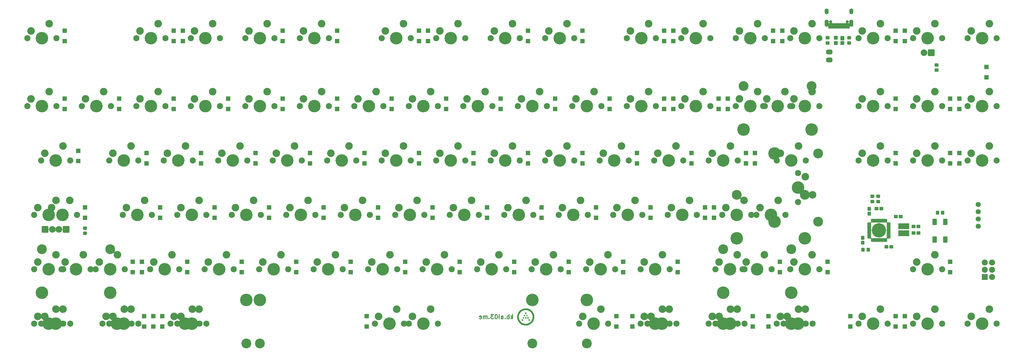
<source format=gbs>
G04 #@! TF.GenerationSoftware,KiCad,Pcbnew,(6.0.1-0)*
G04 #@! TF.CreationDate,2022-01-18T02:05:56+01:00*
G04 #@! TF.ProjectId,KBD8X-MK2,4b424438-582d-44d4-9b32-2e6b69636164,rev?*
G04 #@! TF.SameCoordinates,Original*
G04 #@! TF.FileFunction,Soldermask,Bot*
G04 #@! TF.FilePolarity,Negative*
%FSLAX46Y46*%
G04 Gerber Fmt 4.6, Leading zero omitted, Abs format (unit mm)*
G04 Created by KiCad (PCBNEW (6.0.1-0)) date 2022-01-18 02:05:56*
%MOMM*%
%LPD*%
G01*
G04 APERTURE LIST*
G04 Aperture macros list*
%AMRoundRect*
0 Rectangle with rounded corners*
0 $1 Rounding radius*
0 $2 $3 $4 $5 $6 $7 $8 $9 X,Y pos of 4 corners*
0 Add a 4 corners polygon primitive as box body*
4,1,4,$2,$3,$4,$5,$6,$7,$8,$9,$2,$3,0*
0 Add four circle primitives for the rounded corners*
1,1,$1+$1,$2,$3*
1,1,$1+$1,$4,$5*
1,1,$1+$1,$6,$7*
1,1,$1+$1,$8,$9*
0 Add four rect primitives between the rounded corners*
20,1,$1+$1,$2,$3,$4,$5,0*
20,1,$1+$1,$4,$5,$6,$7,0*
20,1,$1+$1,$6,$7,$8,$9,0*
20,1,$1+$1,$8,$9,$2,$3,0*%
G04 Aperture macros list end*
%ADD10C,0.300000*%
%ADD11C,0.010000*%
%ADD12C,2.150000*%
%ADD13C,4.387800*%
%ADD14C,2.650000*%
%ADD15C,3.448000*%
%ADD16C,2.305000*%
%ADD17RoundRect,0.200000X-0.952500X-0.952500X0.952500X-0.952500X0.952500X0.952500X-0.952500X0.952500X0*%
%ADD18C,1.797000*%
%ADD19RoundRect,0.200000X-0.500000X0.600000X-0.500000X-0.600000X0.500000X-0.600000X0.500000X0.600000X0*%
%ADD20RoundRect,0.200000X-0.500000X0.450000X-0.500000X-0.450000X0.500000X-0.450000X0.500000X0.450000X0*%
%ADD21C,1.050000*%
%ADD22RoundRect,0.200000X-0.300000X-0.725000X0.300000X-0.725000X0.300000X0.725000X-0.300000X0.725000X0*%
%ADD23RoundRect,0.200000X-0.150000X-0.725000X0.150000X-0.725000X0.150000X0.725000X-0.150000X0.725000X0*%
%ADD24O,1.400000X2.000000*%
%ADD25O,1.400000X2.500000*%
%ADD26C,2.100000*%
%ADD27RoundRect,0.200000X0.850000X0.850000X-0.850000X0.850000X-0.850000X-0.850000X0.850000X-0.850000X0*%
%ADD28RoundRect,0.200000X-0.550000X0.900000X-0.550000X-0.900000X0.550000X-0.900000X0.550000X0.900000X0*%
%ADD29RoundRect,0.200000X0.500000X0.375000X-0.500000X0.375000X-0.500000X-0.375000X0.500000X-0.375000X0*%
%ADD30RoundRect,0.200000X-0.500000X-0.375000X0.500000X-0.375000X0.500000X0.375000X-0.500000X0.375000X0*%
%ADD31RoundRect,0.200000X-0.375000X0.500000X-0.375000X-0.500000X0.375000X-0.500000X0.375000X0.500000X0*%
%ADD32RoundRect,0.200000X0.600000X-0.600000X0.600000X0.600000X-0.600000X0.600000X-0.600000X-0.600000X0*%
%ADD33RoundRect,0.450000X0.625000X-0.375000X0.625000X0.375000X-0.625000X0.375000X-0.625000X-0.375000X0*%
%ADD34RoundRect,0.200000X0.450000X-0.400000X0.450000X0.400000X-0.450000X0.400000X-0.450000X-0.400000X0*%
%ADD35RoundRect,0.200000X-0.450000X0.400000X-0.450000X-0.400000X0.450000X-0.400000X0.450000X0.400000X0*%
%ADD36RoundRect,0.200000X0.400000X0.450000X-0.400000X0.450000X-0.400000X-0.450000X0.400000X-0.450000X0*%
%ADD37RoundRect,0.200000X0.750000X-0.850000X0.750000X0.850000X-0.750000X0.850000X-0.750000X-0.850000X0*%
%ADD38C,5.000000*%
%ADD39O,0.650000X1.400000*%
%ADD40O,1.400000X0.650000*%
G04 APERTURE END LIST*
D10*
X298680000Y-253102321D02*
X298680000Y-251602321D01*
X298537142Y-252530892D02*
X298108571Y-253102321D01*
X298108571Y-252102321D02*
X298680000Y-252673750D01*
X297465714Y-253102321D02*
X297465714Y-251602321D01*
X297465714Y-252173750D02*
X297322857Y-252102321D01*
X297037142Y-252102321D01*
X296894285Y-252173750D01*
X296822857Y-252245178D01*
X296751428Y-252388035D01*
X296751428Y-252816607D01*
X296822857Y-252959464D01*
X296894285Y-253030892D01*
X297037142Y-253102321D01*
X297322857Y-253102321D01*
X297465714Y-253030892D01*
X296108571Y-252959464D02*
X296037142Y-253030892D01*
X296108571Y-253102321D01*
X296180000Y-253030892D01*
X296108571Y-252959464D01*
X296108571Y-253102321D01*
X294751428Y-253102321D02*
X294751428Y-252316607D01*
X294822857Y-252173750D01*
X294965714Y-252102321D01*
X295251428Y-252102321D01*
X295394285Y-252173750D01*
X294751428Y-253030892D02*
X294894285Y-253102321D01*
X295251428Y-253102321D01*
X295394285Y-253030892D01*
X295465714Y-252888035D01*
X295465714Y-252745178D01*
X295394285Y-252602321D01*
X295251428Y-252530892D01*
X294894285Y-252530892D01*
X294751428Y-252459464D01*
X294037142Y-253102321D02*
X294037142Y-252102321D01*
X294037142Y-251602321D02*
X294108571Y-251673750D01*
X294037142Y-251745178D01*
X293965714Y-251673750D01*
X294037142Y-251602321D01*
X294037142Y-251745178D01*
X293037142Y-251602321D02*
X292894285Y-251602321D01*
X292751428Y-251673750D01*
X292680000Y-251745178D01*
X292608571Y-251888035D01*
X292537142Y-252173750D01*
X292537142Y-252530892D01*
X292608571Y-252816607D01*
X292680000Y-252959464D01*
X292751428Y-253030892D01*
X292894285Y-253102321D01*
X293037142Y-253102321D01*
X293180000Y-253030892D01*
X293251428Y-252959464D01*
X293322857Y-252816607D01*
X293394285Y-252530892D01*
X293394285Y-252173750D01*
X293322857Y-251888035D01*
X293251428Y-251745178D01*
X293180000Y-251673750D01*
X293037142Y-251602321D01*
X292037142Y-251602321D02*
X291108571Y-251602321D01*
X291608571Y-252173750D01*
X291394285Y-252173750D01*
X291251428Y-252245178D01*
X291180000Y-252316607D01*
X291108571Y-252459464D01*
X291108571Y-252816607D01*
X291180000Y-252959464D01*
X291251428Y-253030892D01*
X291394285Y-253102321D01*
X291822857Y-253102321D01*
X291965714Y-253030892D01*
X292037142Y-252959464D01*
X290465714Y-252959464D02*
X290394285Y-253030892D01*
X290465714Y-253102321D01*
X290537142Y-253030892D01*
X290465714Y-252959464D01*
X290465714Y-253102321D01*
X289751428Y-253102321D02*
X289751428Y-252102321D01*
X289751428Y-252245178D02*
X289680000Y-252173750D01*
X289537142Y-252102321D01*
X289322857Y-252102321D01*
X289180000Y-252173750D01*
X289108571Y-252316607D01*
X289108571Y-253102321D01*
X289108571Y-252316607D02*
X289037142Y-252173750D01*
X288894285Y-252102321D01*
X288680000Y-252102321D01*
X288537142Y-252173750D01*
X288465714Y-252316607D01*
X288465714Y-253102321D01*
X287180000Y-253030892D02*
X287322857Y-253102321D01*
X287608571Y-253102321D01*
X287751428Y-253030892D01*
X287822857Y-252888035D01*
X287822857Y-252316607D01*
X287751428Y-252173750D01*
X287608571Y-252102321D01*
X287322857Y-252102321D01*
X287180000Y-252173750D01*
X287108571Y-252316607D01*
X287108571Y-252459464D01*
X287822857Y-252602321D01*
D11*
X301867625Y-253725500D02*
X302272437Y-253725500D01*
X302272437Y-253725500D02*
X302272437Y-253320688D01*
X302272437Y-253320688D02*
X301867625Y-253320688D01*
X301867625Y-253320688D02*
X301867625Y-253725500D01*
X301867625Y-253725500D02*
X301867625Y-253725500D01*
G36*
X302272437Y-253725500D02*
G01*
X301867625Y-253725500D01*
X301867625Y-253320688D01*
X302272437Y-253320688D01*
X302272437Y-253725500D01*
G37*
X302272437Y-253725500D02*
X301867625Y-253725500D01*
X301867625Y-253320688D01*
X302272437Y-253320688D01*
X302272437Y-253725500D01*
X303244781Y-249451795D02*
X303120663Y-249453165D01*
X303120663Y-249453165D02*
X303008951Y-249457322D01*
X303008951Y-249457322D02*
X302906358Y-249464669D01*
X302906358Y-249464669D02*
X302809594Y-249475610D01*
X302809594Y-249475610D02*
X302715372Y-249490548D01*
X302715372Y-249490548D02*
X302620403Y-249509887D01*
X302620403Y-249509887D02*
X302521399Y-249534031D01*
X302521399Y-249534031D02*
X302476120Y-249546168D01*
X302476120Y-249546168D02*
X302267573Y-249611406D01*
X302267573Y-249611406D02*
X302065485Y-249690742D01*
X302065485Y-249690742D02*
X301870622Y-249783778D01*
X301870622Y-249783778D02*
X301683751Y-249890118D01*
X301683751Y-249890118D02*
X301505636Y-250009366D01*
X301505636Y-250009366D02*
X301353490Y-250127367D01*
X301353490Y-250127367D02*
X301195822Y-250268092D01*
X301195822Y-250268092D02*
X301048485Y-250419537D01*
X301048485Y-250419537D02*
X300912164Y-250580635D01*
X300912164Y-250580635D02*
X300787542Y-250750317D01*
X300787542Y-250750317D02*
X300675303Y-250927516D01*
X300675303Y-250927516D02*
X300576130Y-251111166D01*
X300576130Y-251111166D02*
X300490708Y-251300197D01*
X300490708Y-251300197D02*
X300419720Y-251493543D01*
X300419720Y-251493543D02*
X300370966Y-251661553D01*
X300370966Y-251661553D02*
X300337895Y-251801539D01*
X300337895Y-251801539D02*
X300312535Y-251933475D01*
X300312535Y-251933475D02*
X300294143Y-252062747D01*
X300294143Y-252062747D02*
X300281975Y-252194743D01*
X300281975Y-252194743D02*
X300275289Y-252334850D01*
X300275289Y-252334850D02*
X300274636Y-252360250D01*
X300274636Y-252360250D02*
X300277355Y-252578547D01*
X300277355Y-252578547D02*
X300295550Y-252793330D01*
X300295550Y-252793330D02*
X300329215Y-253004571D01*
X300329215Y-253004571D02*
X300378344Y-253212239D01*
X300378344Y-253212239D02*
X300442931Y-253416305D01*
X300442931Y-253416305D02*
X300507128Y-253580237D01*
X300507128Y-253580237D02*
X300535211Y-253645502D01*
X300535211Y-253645502D02*
X300559273Y-253699660D01*
X300559273Y-253699660D02*
X300581142Y-253746363D01*
X300581142Y-253746363D02*
X300602643Y-253789263D01*
X300602643Y-253789263D02*
X300625604Y-253832013D01*
X300625604Y-253832013D02*
X300651850Y-253878265D01*
X300651850Y-253878265D02*
X300680975Y-253927906D01*
X300680975Y-253927906D02*
X300800194Y-254114177D01*
X300800194Y-254114177D02*
X300930298Y-254288903D01*
X300930298Y-254288903D02*
X301071421Y-254452215D01*
X301071421Y-254452215D02*
X301223695Y-254604246D01*
X301223695Y-254604246D02*
X301387253Y-254745130D01*
X301387253Y-254745130D02*
X301562226Y-254874998D01*
X301562226Y-254874998D02*
X301744594Y-254991525D01*
X301744594Y-254991525D02*
X301797423Y-255022494D01*
X301797423Y-255022494D02*
X301843336Y-255048471D01*
X301843336Y-255048471D02*
X301885985Y-255071281D01*
X301885985Y-255071281D02*
X301929022Y-255092751D01*
X301929022Y-255092751D02*
X301976099Y-255114707D01*
X301976099Y-255114707D02*
X302030869Y-255138975D01*
X302030869Y-255138975D02*
X302092263Y-255165372D01*
X302092263Y-255165372D02*
X302188496Y-255204919D01*
X302188496Y-255204919D02*
X302277214Y-255237958D01*
X302277214Y-255237958D02*
X302364328Y-255266445D01*
X302364328Y-255266445D02*
X302455752Y-255292339D01*
X302455752Y-255292339D02*
X302538344Y-255313072D01*
X302538344Y-255313072D02*
X302702860Y-255348626D01*
X302702860Y-255348626D02*
X302859955Y-255374303D01*
X302859955Y-255374303D02*
X303014183Y-255390643D01*
X303014183Y-255390643D02*
X303170101Y-255398186D01*
X303170101Y-255398186D02*
X303260656Y-255398763D01*
X303260656Y-255398763D02*
X303311875Y-255398248D01*
X303311875Y-255398248D02*
X303359996Y-255397543D01*
X303359996Y-255397543D02*
X303401876Y-255396710D01*
X303401876Y-255396710D02*
X303434372Y-255395813D01*
X303434372Y-255395813D02*
X303454340Y-255394915D01*
X303454340Y-255394915D02*
X303455125Y-255394859D01*
X303455125Y-255394859D02*
X303671299Y-255370907D01*
X303671299Y-255370907D02*
X303884056Y-255331920D01*
X303884056Y-255331920D02*
X304092537Y-255278217D01*
X304092537Y-255278217D02*
X304295882Y-255210113D01*
X304295882Y-255210113D02*
X304493234Y-255127926D01*
X304493234Y-255127926D02*
X304683732Y-255031975D01*
X304683732Y-255031975D02*
X304866518Y-254922576D01*
X304866518Y-254922576D02*
X305017474Y-254817546D01*
X305017474Y-254817546D02*
X305190401Y-254679199D01*
X305190401Y-254679199D02*
X305351085Y-254530838D01*
X305351085Y-254530838D02*
X305499299Y-254372789D01*
X305499299Y-254372789D02*
X305634821Y-254205382D01*
X305634821Y-254205382D02*
X305757426Y-254028944D01*
X305757426Y-254028944D02*
X305866889Y-253843802D01*
X305866889Y-253843802D02*
X305962987Y-253650285D01*
X305962987Y-253650285D02*
X306045494Y-253448721D01*
X306045494Y-253448721D02*
X306114187Y-253239438D01*
X306114187Y-253239438D02*
X306126332Y-253196380D01*
X306126332Y-253196380D02*
X306152698Y-253094585D01*
X306152698Y-253094585D02*
X306174083Y-252998261D01*
X306174083Y-252998261D02*
X306190891Y-252904117D01*
X306190891Y-252904117D02*
X306203525Y-252808867D01*
X306203525Y-252808867D02*
X306212390Y-252709220D01*
X306212390Y-252709220D02*
X306217888Y-252601890D01*
X306217888Y-252601890D02*
X306220424Y-252483586D01*
X306220424Y-252483586D02*
X306220705Y-252427719D01*
X306220705Y-252427719D02*
X306220030Y-252372358D01*
X306220030Y-252372358D02*
X305687956Y-252372358D01*
X305687956Y-252372358D02*
X305687853Y-252452496D01*
X305687853Y-252452496D02*
X305686187Y-252532160D01*
X305686187Y-252532160D02*
X305682991Y-252607287D01*
X305682991Y-252607287D02*
X305678294Y-252673810D01*
X305678294Y-252673810D02*
X305674574Y-252709500D01*
X305674574Y-252709500D02*
X305642700Y-252906798D01*
X305642700Y-252906798D02*
X305596049Y-253098413D01*
X305596049Y-253098413D02*
X305534799Y-253283972D01*
X305534799Y-253283972D02*
X305459131Y-253463099D01*
X305459131Y-253463099D02*
X305369223Y-253635419D01*
X305369223Y-253635419D02*
X305265256Y-253800559D01*
X305265256Y-253800559D02*
X305147409Y-253958143D01*
X305147409Y-253958143D02*
X305015862Y-254107797D01*
X305015862Y-254107797D02*
X304993526Y-254131010D01*
X304993526Y-254131010D02*
X304859292Y-254258084D01*
X304859292Y-254258084D02*
X304713590Y-254376020D01*
X304713590Y-254376020D02*
X304559119Y-254482840D01*
X304559119Y-254482840D02*
X304398581Y-254576566D01*
X304398581Y-254576566D02*
X304352792Y-254600254D01*
X304352792Y-254600254D02*
X304278384Y-254636903D01*
X304278384Y-254636903D02*
X304213143Y-254667122D01*
X304213143Y-254667122D02*
X304152646Y-254692690D01*
X304152646Y-254692690D02*
X304092472Y-254715384D01*
X304092472Y-254715384D02*
X304028199Y-254736983D01*
X304028199Y-254736983D02*
X303963125Y-254756977D01*
X303963125Y-254756977D02*
X303773912Y-254806390D01*
X303773912Y-254806390D02*
X303588161Y-254840841D01*
X303588161Y-254840841D02*
X303404423Y-254860464D01*
X303404423Y-254860464D02*
X303221247Y-254865392D01*
X303221247Y-254865392D02*
X303037186Y-254855761D01*
X303037186Y-254855761D02*
X302970644Y-254848781D01*
X302970644Y-254848781D02*
X302783312Y-254819837D01*
X302783312Y-254819837D02*
X302603731Y-254778028D01*
X302603731Y-254778028D02*
X302429393Y-254722604D01*
X302429393Y-254722604D02*
X302257791Y-254652814D01*
X302257791Y-254652814D02*
X302160834Y-254606616D01*
X302160834Y-254606616D02*
X301990202Y-254513197D01*
X301990202Y-254513197D02*
X301830786Y-254409462D01*
X301830786Y-254409462D02*
X301681828Y-254294724D01*
X301681828Y-254294724D02*
X301542571Y-254168300D01*
X301542571Y-254168300D02*
X301412256Y-254029504D01*
X301412256Y-254029504D02*
X301290126Y-253877653D01*
X301290126Y-253877653D02*
X301181858Y-253722009D01*
X301181858Y-253722009D02*
X301156732Y-253680818D01*
X301156732Y-253680818D02*
X301127409Y-253628690D01*
X301127409Y-253628690D02*
X301095709Y-253569246D01*
X301095709Y-253569246D02*
X301063451Y-253506106D01*
X301063451Y-253506106D02*
X301032457Y-253442890D01*
X301032457Y-253442890D02*
X301004544Y-253383217D01*
X301004544Y-253383217D02*
X300981535Y-253330707D01*
X300981535Y-253330707D02*
X300968097Y-253296875D01*
X300968097Y-253296875D02*
X300905230Y-253105334D01*
X300905230Y-253105334D02*
X300857834Y-252912595D01*
X300857834Y-252912595D02*
X300825950Y-252719200D01*
X300825950Y-252719200D02*
X300809620Y-252525690D01*
X300809620Y-252525690D02*
X300808882Y-252332607D01*
X300808882Y-252332607D02*
X300823778Y-252140492D01*
X300823778Y-252140492D02*
X300854348Y-251949886D01*
X300854348Y-251949886D02*
X300864151Y-251903844D01*
X300864151Y-251903844D02*
X300897800Y-251767551D01*
X300897800Y-251767551D02*
X300936108Y-251641368D01*
X300936108Y-251641368D02*
X300981046Y-251519757D01*
X300981046Y-251519757D02*
X301034587Y-251397182D01*
X301034587Y-251397182D02*
X301072246Y-251319708D01*
X301072246Y-251319708D02*
X301165951Y-251150860D01*
X301165951Y-251150860D02*
X301272776Y-250990423D01*
X301272776Y-250990423D02*
X301391952Y-250839118D01*
X301391952Y-250839118D02*
X301522713Y-250697664D01*
X301522713Y-250697664D02*
X301664290Y-250566781D01*
X301664290Y-250566781D02*
X301815916Y-250447190D01*
X301815916Y-250447190D02*
X301976823Y-250339610D01*
X301976823Y-250339610D02*
X302146243Y-250244761D01*
X302146243Y-250244761D02*
X302290425Y-250177230D01*
X302290425Y-250177230D02*
X302462053Y-250110835D01*
X302462053Y-250110835D02*
X302634607Y-250058837D01*
X302634607Y-250058837D02*
X302810094Y-250020828D01*
X302810094Y-250020828D02*
X302990524Y-249996401D01*
X302990524Y-249996401D02*
X303177905Y-249985147D01*
X303177905Y-249985147D02*
X303240812Y-249984257D01*
X303240812Y-249984257D02*
X303438907Y-249990627D01*
X303438907Y-249990627D02*
X303630535Y-250011272D01*
X303630535Y-250011272D02*
X303816469Y-250046423D01*
X303816469Y-250046423D02*
X303997485Y-250096317D01*
X303997485Y-250096317D02*
X304174356Y-250161185D01*
X304174356Y-250161185D02*
X304347856Y-250241263D01*
X304347856Y-250241263D02*
X304518759Y-250336785D01*
X304518759Y-250336785D02*
X304619456Y-250400994D01*
X304619456Y-250400994D02*
X304758889Y-250502522D01*
X304758889Y-250502522D02*
X304893087Y-250617028D01*
X304893087Y-250617028D02*
X305020409Y-250742589D01*
X305020409Y-250742589D02*
X305139215Y-250877281D01*
X305139215Y-250877281D02*
X305247864Y-251019181D01*
X305247864Y-251019181D02*
X305344715Y-251166365D01*
X305344715Y-251166365D02*
X305428128Y-251316911D01*
X305428128Y-251316911D02*
X305462924Y-251389830D01*
X305462924Y-251389830D02*
X305524327Y-251534689D01*
X305524327Y-251534689D02*
X305574558Y-251673928D01*
X305574558Y-251673928D02*
X305614815Y-251811876D01*
X305614815Y-251811876D02*
X305646294Y-251952864D01*
X305646294Y-251952864D02*
X305670194Y-252101221D01*
X305670194Y-252101221D02*
X305678595Y-252169750D01*
X305678595Y-252169750D02*
X305683358Y-252226920D01*
X305683358Y-252226920D02*
X305686468Y-252295811D01*
X305686468Y-252295811D02*
X305687956Y-252372358D01*
X305687956Y-252372358D02*
X306220030Y-252372358D01*
X306220030Y-252372358D02*
X306218960Y-252284723D01*
X306218960Y-252284723D02*
X306213086Y-252153856D01*
X306213086Y-252153856D02*
X306202512Y-252031775D01*
X306202512Y-252031775D02*
X306186665Y-251915135D01*
X306186665Y-251915135D02*
X306164973Y-251800594D01*
X306164973Y-251800594D02*
X306136863Y-251684809D01*
X306136863Y-251684809D02*
X306101764Y-251564437D01*
X306101764Y-251564437D02*
X306059103Y-251436134D01*
X306059103Y-251436134D02*
X306043409Y-251391875D01*
X306043409Y-251391875D02*
X305965024Y-251197156D01*
X305965024Y-251197156D02*
X305872184Y-251008822D01*
X305872184Y-251008822D02*
X305765078Y-250827135D01*
X305765078Y-250827135D02*
X305643898Y-250652358D01*
X305643898Y-250652358D02*
X305508833Y-250484753D01*
X305508833Y-250484753D02*
X305360076Y-250324583D01*
X305360076Y-250324583D02*
X305197817Y-250172110D01*
X305197817Y-250172110D02*
X305090979Y-250081929D01*
X305090979Y-250081929D02*
X305005150Y-250016436D01*
X305005150Y-250016436D02*
X304907611Y-249949110D01*
X304907611Y-249949110D02*
X304802002Y-249882162D01*
X304802002Y-249882162D02*
X304691964Y-249817805D01*
X304691964Y-249817805D02*
X304581137Y-249758250D01*
X304581137Y-249758250D02*
X304473161Y-249705708D01*
X304473161Y-249705708D02*
X304467156Y-249702965D01*
X304467156Y-249702965D02*
X304397196Y-249673092D01*
X304397196Y-249673092D02*
X304316015Y-249641706D01*
X304316015Y-249641706D02*
X304227983Y-249610286D01*
X304227983Y-249610286D02*
X304137471Y-249580312D01*
X304137471Y-249580312D02*
X304048849Y-249553261D01*
X304048849Y-249553261D02*
X303966486Y-249530614D01*
X303966486Y-249530614D02*
X303934600Y-249522721D01*
X303934600Y-249522721D02*
X303841375Y-249501953D01*
X303841375Y-249501953D02*
X303752401Y-249485293D01*
X303752401Y-249485293D02*
X303664397Y-249472402D01*
X303664397Y-249472402D02*
X303574081Y-249462945D01*
X303574081Y-249462945D02*
X303478172Y-249456582D01*
X303478172Y-249456582D02*
X303373390Y-249452978D01*
X303373390Y-249452978D02*
X303256455Y-249451794D01*
X303256455Y-249451794D02*
X303244781Y-249451795D01*
X303244781Y-249451795D02*
X303244781Y-249451795D01*
G36*
X306220424Y-252483586D02*
G01*
X306217888Y-252601890D01*
X306212390Y-252709220D01*
X306203525Y-252808867D01*
X306190891Y-252904117D01*
X306174083Y-252998261D01*
X306152698Y-253094585D01*
X306126332Y-253196380D01*
X306114187Y-253239438D01*
X306045494Y-253448721D01*
X305962987Y-253650285D01*
X305866889Y-253843802D01*
X305757426Y-254028944D01*
X305634821Y-254205382D01*
X305499299Y-254372789D01*
X305351085Y-254530838D01*
X305190401Y-254679199D01*
X305017474Y-254817546D01*
X304866518Y-254922576D01*
X304683732Y-255031975D01*
X304493234Y-255127926D01*
X304295882Y-255210113D01*
X304092537Y-255278217D01*
X303884056Y-255331920D01*
X303671299Y-255370907D01*
X303455125Y-255394859D01*
X303454340Y-255394915D01*
X303434372Y-255395813D01*
X303401876Y-255396710D01*
X303359996Y-255397543D01*
X303311875Y-255398248D01*
X303260656Y-255398763D01*
X303170101Y-255398186D01*
X303014183Y-255390643D01*
X302859955Y-255374303D01*
X302702860Y-255348626D01*
X302538344Y-255313072D01*
X302455752Y-255292339D01*
X302364328Y-255266445D01*
X302277214Y-255237958D01*
X302188496Y-255204919D01*
X302092263Y-255165372D01*
X302030869Y-255138975D01*
X301976099Y-255114707D01*
X301929022Y-255092751D01*
X301885985Y-255071281D01*
X301843336Y-255048471D01*
X301797423Y-255022494D01*
X301744594Y-254991525D01*
X301562226Y-254874998D01*
X301387253Y-254745130D01*
X301223695Y-254604246D01*
X301071421Y-254452215D01*
X300930298Y-254288903D01*
X300800194Y-254114177D01*
X300680975Y-253927906D01*
X300651850Y-253878265D01*
X300625604Y-253832013D01*
X300602643Y-253789263D01*
X300581142Y-253746363D01*
X300559273Y-253699660D01*
X300535211Y-253645502D01*
X300507128Y-253580237D01*
X300442931Y-253416305D01*
X300378344Y-253212239D01*
X300329215Y-253004571D01*
X300295550Y-252793330D01*
X300277355Y-252578547D01*
X300274636Y-252360250D01*
X300275289Y-252334850D01*
X300275396Y-252332607D01*
X300808882Y-252332607D01*
X300809620Y-252525690D01*
X300825950Y-252719200D01*
X300857834Y-252912595D01*
X300905230Y-253105334D01*
X300968097Y-253296875D01*
X300981535Y-253330707D01*
X301004544Y-253383217D01*
X301032457Y-253442890D01*
X301063451Y-253506106D01*
X301095709Y-253569246D01*
X301127409Y-253628690D01*
X301156732Y-253680818D01*
X301181858Y-253722009D01*
X301290126Y-253877653D01*
X301412256Y-254029504D01*
X301542571Y-254168300D01*
X301681828Y-254294724D01*
X301830786Y-254409462D01*
X301990202Y-254513197D01*
X302160834Y-254606616D01*
X302257791Y-254652814D01*
X302429393Y-254722604D01*
X302603731Y-254778028D01*
X302783312Y-254819837D01*
X302970644Y-254848781D01*
X303037186Y-254855761D01*
X303221247Y-254865392D01*
X303404423Y-254860464D01*
X303588161Y-254840841D01*
X303773912Y-254806390D01*
X303963125Y-254756977D01*
X304028199Y-254736983D01*
X304092472Y-254715384D01*
X304152646Y-254692690D01*
X304213143Y-254667122D01*
X304278384Y-254636903D01*
X304352792Y-254600254D01*
X304398581Y-254576566D01*
X304559119Y-254482840D01*
X304713590Y-254376020D01*
X304859292Y-254258084D01*
X304993526Y-254131010D01*
X305015862Y-254107797D01*
X305147409Y-253958143D01*
X305265256Y-253800559D01*
X305369223Y-253635419D01*
X305459131Y-253463099D01*
X305534799Y-253283972D01*
X305596049Y-253098413D01*
X305642700Y-252906798D01*
X305674574Y-252709500D01*
X305678294Y-252673810D01*
X305682991Y-252607287D01*
X305686187Y-252532160D01*
X305687853Y-252452496D01*
X305687956Y-252372358D01*
X305686468Y-252295811D01*
X305683358Y-252226920D01*
X305678595Y-252169750D01*
X305670194Y-252101221D01*
X305646294Y-251952864D01*
X305614815Y-251811876D01*
X305574558Y-251673928D01*
X305524327Y-251534689D01*
X305462924Y-251389830D01*
X305428128Y-251316911D01*
X305344715Y-251166365D01*
X305247864Y-251019181D01*
X305139215Y-250877281D01*
X305020409Y-250742589D01*
X304893087Y-250617028D01*
X304758889Y-250502522D01*
X304619456Y-250400994D01*
X304518759Y-250336785D01*
X304347856Y-250241263D01*
X304174356Y-250161185D01*
X303997485Y-250096317D01*
X303816469Y-250046423D01*
X303630535Y-250011272D01*
X303438907Y-249990627D01*
X303240812Y-249984257D01*
X303177905Y-249985147D01*
X302990524Y-249996401D01*
X302810094Y-250020828D01*
X302634607Y-250058837D01*
X302462053Y-250110835D01*
X302290425Y-250177230D01*
X302146243Y-250244761D01*
X301976823Y-250339610D01*
X301815916Y-250447190D01*
X301664290Y-250566781D01*
X301522713Y-250697664D01*
X301391952Y-250839118D01*
X301272776Y-250990423D01*
X301165951Y-251150860D01*
X301072246Y-251319708D01*
X301034587Y-251397182D01*
X300981046Y-251519757D01*
X300936108Y-251641368D01*
X300897800Y-251767551D01*
X300864151Y-251903844D01*
X300854348Y-251949886D01*
X300823778Y-252140492D01*
X300808882Y-252332607D01*
X300275396Y-252332607D01*
X300281975Y-252194743D01*
X300294143Y-252062747D01*
X300312535Y-251933475D01*
X300337895Y-251801539D01*
X300370966Y-251661553D01*
X300419720Y-251493543D01*
X300490708Y-251300197D01*
X300576130Y-251111166D01*
X300675303Y-250927516D01*
X300787542Y-250750317D01*
X300912164Y-250580635D01*
X301048485Y-250419537D01*
X301195822Y-250268092D01*
X301353490Y-250127367D01*
X301505636Y-250009366D01*
X301683751Y-249890118D01*
X301870622Y-249783778D01*
X302065485Y-249690742D01*
X302267573Y-249611406D01*
X302476120Y-249546168D01*
X302521399Y-249534031D01*
X302620403Y-249509887D01*
X302715372Y-249490548D01*
X302809594Y-249475610D01*
X302906358Y-249464669D01*
X303008951Y-249457322D01*
X303120663Y-249453165D01*
X303244781Y-249451795D01*
X303256455Y-249451794D01*
X303373390Y-249452978D01*
X303478172Y-249456582D01*
X303574081Y-249462945D01*
X303664397Y-249472402D01*
X303752401Y-249485293D01*
X303841375Y-249501953D01*
X303934600Y-249522721D01*
X303966486Y-249530614D01*
X304048849Y-249553261D01*
X304137471Y-249580312D01*
X304227983Y-249610286D01*
X304316015Y-249641706D01*
X304397196Y-249673092D01*
X304467156Y-249702965D01*
X304473161Y-249705708D01*
X304581137Y-249758250D01*
X304691964Y-249817805D01*
X304802002Y-249882162D01*
X304907611Y-249949110D01*
X305005150Y-250016436D01*
X305090979Y-250081929D01*
X305197817Y-250172110D01*
X305360076Y-250324583D01*
X305508833Y-250484753D01*
X305643898Y-250652358D01*
X305765078Y-250827135D01*
X305872184Y-251008822D01*
X305965024Y-251197156D01*
X306043409Y-251391875D01*
X306059103Y-251436134D01*
X306101764Y-251564437D01*
X306136863Y-251684809D01*
X306164973Y-251800594D01*
X306186665Y-251915135D01*
X306202512Y-252031775D01*
X306213086Y-252153856D01*
X306218960Y-252284723D01*
X306220030Y-252372358D01*
X306220705Y-252427719D01*
X306220424Y-252483586D01*
G37*
X306220424Y-252483586D02*
X306217888Y-252601890D01*
X306212390Y-252709220D01*
X306203525Y-252808867D01*
X306190891Y-252904117D01*
X306174083Y-252998261D01*
X306152698Y-253094585D01*
X306126332Y-253196380D01*
X306114187Y-253239438D01*
X306045494Y-253448721D01*
X305962987Y-253650285D01*
X305866889Y-253843802D01*
X305757426Y-254028944D01*
X305634821Y-254205382D01*
X305499299Y-254372789D01*
X305351085Y-254530838D01*
X305190401Y-254679199D01*
X305017474Y-254817546D01*
X304866518Y-254922576D01*
X304683732Y-255031975D01*
X304493234Y-255127926D01*
X304295882Y-255210113D01*
X304092537Y-255278217D01*
X303884056Y-255331920D01*
X303671299Y-255370907D01*
X303455125Y-255394859D01*
X303454340Y-255394915D01*
X303434372Y-255395813D01*
X303401876Y-255396710D01*
X303359996Y-255397543D01*
X303311875Y-255398248D01*
X303260656Y-255398763D01*
X303170101Y-255398186D01*
X303014183Y-255390643D01*
X302859955Y-255374303D01*
X302702860Y-255348626D01*
X302538344Y-255313072D01*
X302455752Y-255292339D01*
X302364328Y-255266445D01*
X302277214Y-255237958D01*
X302188496Y-255204919D01*
X302092263Y-255165372D01*
X302030869Y-255138975D01*
X301976099Y-255114707D01*
X301929022Y-255092751D01*
X301885985Y-255071281D01*
X301843336Y-255048471D01*
X301797423Y-255022494D01*
X301744594Y-254991525D01*
X301562226Y-254874998D01*
X301387253Y-254745130D01*
X301223695Y-254604246D01*
X301071421Y-254452215D01*
X300930298Y-254288903D01*
X300800194Y-254114177D01*
X300680975Y-253927906D01*
X300651850Y-253878265D01*
X300625604Y-253832013D01*
X300602643Y-253789263D01*
X300581142Y-253746363D01*
X300559273Y-253699660D01*
X300535211Y-253645502D01*
X300507128Y-253580237D01*
X300442931Y-253416305D01*
X300378344Y-253212239D01*
X300329215Y-253004571D01*
X300295550Y-252793330D01*
X300277355Y-252578547D01*
X300274636Y-252360250D01*
X300275289Y-252334850D01*
X300275396Y-252332607D01*
X300808882Y-252332607D01*
X300809620Y-252525690D01*
X300825950Y-252719200D01*
X300857834Y-252912595D01*
X300905230Y-253105334D01*
X300968097Y-253296875D01*
X300981535Y-253330707D01*
X301004544Y-253383217D01*
X301032457Y-253442890D01*
X301063451Y-253506106D01*
X301095709Y-253569246D01*
X301127409Y-253628690D01*
X301156732Y-253680818D01*
X301181858Y-253722009D01*
X301290126Y-253877653D01*
X301412256Y-254029504D01*
X301542571Y-254168300D01*
X301681828Y-254294724D01*
X301830786Y-254409462D01*
X301990202Y-254513197D01*
X302160834Y-254606616D01*
X302257791Y-254652814D01*
X302429393Y-254722604D01*
X302603731Y-254778028D01*
X302783312Y-254819837D01*
X302970644Y-254848781D01*
X303037186Y-254855761D01*
X303221247Y-254865392D01*
X303404423Y-254860464D01*
X303588161Y-254840841D01*
X303773912Y-254806390D01*
X303963125Y-254756977D01*
X304028199Y-254736983D01*
X304092472Y-254715384D01*
X304152646Y-254692690D01*
X304213143Y-254667122D01*
X304278384Y-254636903D01*
X304352792Y-254600254D01*
X304398581Y-254576566D01*
X304559119Y-254482840D01*
X304713590Y-254376020D01*
X304859292Y-254258084D01*
X304993526Y-254131010D01*
X305015862Y-254107797D01*
X305147409Y-253958143D01*
X305265256Y-253800559D01*
X305369223Y-253635419D01*
X305459131Y-253463099D01*
X305534799Y-253283972D01*
X305596049Y-253098413D01*
X305642700Y-252906798D01*
X305674574Y-252709500D01*
X305678294Y-252673810D01*
X305682991Y-252607287D01*
X305686187Y-252532160D01*
X305687853Y-252452496D01*
X305687956Y-252372358D01*
X305686468Y-252295811D01*
X305683358Y-252226920D01*
X305678595Y-252169750D01*
X305670194Y-252101221D01*
X305646294Y-251952864D01*
X305614815Y-251811876D01*
X305574558Y-251673928D01*
X305524327Y-251534689D01*
X305462924Y-251389830D01*
X305428128Y-251316911D01*
X305344715Y-251166365D01*
X305247864Y-251019181D01*
X305139215Y-250877281D01*
X305020409Y-250742589D01*
X304893087Y-250617028D01*
X304758889Y-250502522D01*
X304619456Y-250400994D01*
X304518759Y-250336785D01*
X304347856Y-250241263D01*
X304174356Y-250161185D01*
X303997485Y-250096317D01*
X303816469Y-250046423D01*
X303630535Y-250011272D01*
X303438907Y-249990627D01*
X303240812Y-249984257D01*
X303177905Y-249985147D01*
X302990524Y-249996401D01*
X302810094Y-250020828D01*
X302634607Y-250058837D01*
X302462053Y-250110835D01*
X302290425Y-250177230D01*
X302146243Y-250244761D01*
X301976823Y-250339610D01*
X301815916Y-250447190D01*
X301664290Y-250566781D01*
X301522713Y-250697664D01*
X301391952Y-250839118D01*
X301272776Y-250990423D01*
X301165951Y-251150860D01*
X301072246Y-251319708D01*
X301034587Y-251397182D01*
X300981046Y-251519757D01*
X300936108Y-251641368D01*
X300897800Y-251767551D01*
X300864151Y-251903844D01*
X300854348Y-251949886D01*
X300823778Y-252140492D01*
X300808882Y-252332607D01*
X300275396Y-252332607D01*
X300281975Y-252194743D01*
X300294143Y-252062747D01*
X300312535Y-251933475D01*
X300337895Y-251801539D01*
X300370966Y-251661553D01*
X300419720Y-251493543D01*
X300490708Y-251300197D01*
X300576130Y-251111166D01*
X300675303Y-250927516D01*
X300787542Y-250750317D01*
X300912164Y-250580635D01*
X301048485Y-250419537D01*
X301195822Y-250268092D01*
X301353490Y-250127367D01*
X301505636Y-250009366D01*
X301683751Y-249890118D01*
X301870622Y-249783778D01*
X302065485Y-249690742D01*
X302267573Y-249611406D01*
X302476120Y-249546168D01*
X302521399Y-249534031D01*
X302620403Y-249509887D01*
X302715372Y-249490548D01*
X302809594Y-249475610D01*
X302906358Y-249464669D01*
X303008951Y-249457322D01*
X303120663Y-249453165D01*
X303244781Y-249451795D01*
X303256455Y-249451794D01*
X303373390Y-249452978D01*
X303478172Y-249456582D01*
X303574081Y-249462945D01*
X303664397Y-249472402D01*
X303752401Y-249485293D01*
X303841375Y-249501953D01*
X303934600Y-249522721D01*
X303966486Y-249530614D01*
X304048849Y-249553261D01*
X304137471Y-249580312D01*
X304227983Y-249610286D01*
X304316015Y-249641706D01*
X304397196Y-249673092D01*
X304467156Y-249702965D01*
X304473161Y-249705708D01*
X304581137Y-249758250D01*
X304691964Y-249817805D01*
X304802002Y-249882162D01*
X304907611Y-249949110D01*
X305005150Y-250016436D01*
X305090979Y-250081929D01*
X305197817Y-250172110D01*
X305360076Y-250324583D01*
X305508833Y-250484753D01*
X305643898Y-250652358D01*
X305765078Y-250827135D01*
X305872184Y-251008822D01*
X305965024Y-251197156D01*
X306043409Y-251391875D01*
X306059103Y-251436134D01*
X306101764Y-251564437D01*
X306136863Y-251684809D01*
X306164973Y-251800594D01*
X306186665Y-251915135D01*
X306202512Y-252031775D01*
X306213086Y-252153856D01*
X306218960Y-252284723D01*
X306220030Y-252372358D01*
X306220705Y-252427719D01*
X306220424Y-252483586D01*
X303844062Y-252939688D02*
X304248875Y-252939688D01*
X304248875Y-252939688D02*
X304248875Y-252534875D01*
X304248875Y-252534875D02*
X303844062Y-252534875D01*
X303844062Y-252534875D02*
X303844062Y-252939688D01*
X303844062Y-252939688D02*
X303844062Y-252939688D01*
G36*
X304248875Y-252939688D02*
G01*
X303844062Y-252939688D01*
X303844062Y-252534875D01*
X304248875Y-252534875D01*
X304248875Y-252939688D01*
G37*
X304248875Y-252939688D02*
X303844062Y-252939688D01*
X303844062Y-252534875D01*
X304248875Y-252534875D01*
X304248875Y-252939688D01*
X302272437Y-252939688D02*
X302653437Y-252939688D01*
X302653437Y-252939688D02*
X302653437Y-252534875D01*
X302653437Y-252534875D02*
X302272437Y-252534875D01*
X302272437Y-252534875D02*
X302272437Y-252939688D01*
X302272437Y-252939688D02*
X302272437Y-252939688D01*
G36*
X302653437Y-252939688D02*
G01*
X302272437Y-252939688D01*
X302272437Y-252534875D01*
X302653437Y-252534875D01*
X302653437Y-252939688D01*
G37*
X302653437Y-252939688D02*
X302272437Y-252939688D01*
X302272437Y-252534875D01*
X302653437Y-252534875D01*
X302653437Y-252939688D01*
X303058250Y-252939688D02*
X303463062Y-252939688D01*
X303463062Y-252939688D02*
X303463062Y-252534875D01*
X303463062Y-252534875D02*
X303058250Y-252534875D01*
X303058250Y-252534875D02*
X303058250Y-252939688D01*
X303058250Y-252939688D02*
X303058250Y-252939688D01*
G36*
X303463062Y-252939688D02*
G01*
X303058250Y-252939688D01*
X303058250Y-252534875D01*
X303463062Y-252534875D01*
X303463062Y-252939688D01*
G37*
X303463062Y-252939688D02*
X303058250Y-252939688D01*
X303058250Y-252534875D01*
X303463062Y-252534875D01*
X303463062Y-252939688D01*
X303058250Y-251344250D02*
X303463062Y-251344250D01*
X303463062Y-251344250D02*
X303463062Y-250939438D01*
X303463062Y-250939438D02*
X303058250Y-250939438D01*
X303058250Y-250939438D02*
X303058250Y-251344250D01*
X303058250Y-251344250D02*
X303058250Y-251344250D01*
G36*
X303463062Y-251344250D02*
G01*
X303058250Y-251344250D01*
X303058250Y-250939438D01*
X303463062Y-250939438D01*
X303463062Y-251344250D01*
G37*
X303463062Y-251344250D02*
X303058250Y-251344250D01*
X303058250Y-250939438D01*
X303463062Y-250939438D01*
X303463062Y-251344250D01*
X302653437Y-252130063D02*
X303058250Y-252130063D01*
X303058250Y-252130063D02*
X303058250Y-251749063D01*
X303058250Y-251749063D02*
X302653437Y-251749063D01*
X302653437Y-251749063D02*
X302653437Y-252130063D01*
X302653437Y-252130063D02*
X302653437Y-252130063D01*
G36*
X303058250Y-252130063D02*
G01*
X302653437Y-252130063D01*
X302653437Y-251749063D01*
X303058250Y-251749063D01*
X303058250Y-252130063D01*
G37*
X303058250Y-252130063D02*
X302653437Y-252130063D01*
X302653437Y-251749063D01*
X303058250Y-251749063D01*
X303058250Y-252130063D01*
X303463062Y-252130063D02*
X303844062Y-252130063D01*
X303844062Y-252130063D02*
X303844062Y-251749063D01*
X303844062Y-251749063D02*
X303463062Y-251749063D01*
X303463062Y-251749063D02*
X303463062Y-252130063D01*
X303463062Y-252130063D02*
X303463062Y-252130063D01*
G36*
X303844062Y-252130063D02*
G01*
X303463062Y-252130063D01*
X303463062Y-251749063D01*
X303844062Y-251749063D01*
X303844062Y-252130063D01*
G37*
X303844062Y-252130063D02*
X303463062Y-252130063D01*
X303463062Y-251749063D01*
X303844062Y-251749063D01*
X303844062Y-252130063D01*
X304248875Y-253725500D02*
X304653687Y-253725500D01*
X304653687Y-253725500D02*
X304653687Y-253320688D01*
X304653687Y-253320688D02*
X304248875Y-253320688D01*
X304248875Y-253320688D02*
X304248875Y-253725500D01*
X304248875Y-253725500D02*
X304248875Y-253725500D01*
G36*
X304653687Y-253725500D02*
G01*
X304248875Y-253725500D01*
X304248875Y-253320688D01*
X304653687Y-253320688D01*
X304653687Y-253725500D01*
G37*
X304653687Y-253725500D02*
X304248875Y-253725500D01*
X304248875Y-253320688D01*
X304653687Y-253320688D01*
X304653687Y-253725500D01*
D10*
X298680000Y-253102321D02*
X298680000Y-251602321D01*
X298537142Y-252530892D02*
X298108571Y-253102321D01*
X298108571Y-252102321D02*
X298680000Y-252673750D01*
X297465714Y-253102321D02*
X297465714Y-251602321D01*
X297465714Y-252173750D02*
X297322857Y-252102321D01*
X297037142Y-252102321D01*
X296894285Y-252173750D01*
X296822857Y-252245178D01*
X296751428Y-252388035D01*
X296751428Y-252816607D01*
X296822857Y-252959464D01*
X296894285Y-253030892D01*
X297037142Y-253102321D01*
X297322857Y-253102321D01*
X297465714Y-253030892D01*
X296108571Y-252959464D02*
X296037142Y-253030892D01*
X296108571Y-253102321D01*
X296180000Y-253030892D01*
X296108571Y-252959464D01*
X296108571Y-253102321D01*
X294751428Y-253102321D02*
X294751428Y-252316607D01*
X294822857Y-252173750D01*
X294965714Y-252102321D01*
X295251428Y-252102321D01*
X295394285Y-252173750D01*
X294751428Y-253030892D02*
X294894285Y-253102321D01*
X295251428Y-253102321D01*
X295394285Y-253030892D01*
X295465714Y-252888035D01*
X295465714Y-252745178D01*
X295394285Y-252602321D01*
X295251428Y-252530892D01*
X294894285Y-252530892D01*
X294751428Y-252459464D01*
X294037142Y-253102321D02*
X294037142Y-252102321D01*
X294037142Y-251602321D02*
X294108571Y-251673750D01*
X294037142Y-251745178D01*
X293965714Y-251673750D01*
X294037142Y-251602321D01*
X294037142Y-251745178D01*
X293037142Y-251602321D02*
X292894285Y-251602321D01*
X292751428Y-251673750D01*
X292680000Y-251745178D01*
X292608571Y-251888035D01*
X292537142Y-252173750D01*
X292537142Y-252530892D01*
X292608571Y-252816607D01*
X292680000Y-252959464D01*
X292751428Y-253030892D01*
X292894285Y-253102321D01*
X293037142Y-253102321D01*
X293180000Y-253030892D01*
X293251428Y-252959464D01*
X293322857Y-252816607D01*
X293394285Y-252530892D01*
X293394285Y-252173750D01*
X293322857Y-251888035D01*
X293251428Y-251745178D01*
X293180000Y-251673750D01*
X293037142Y-251602321D01*
X292037142Y-251602321D02*
X291108571Y-251602321D01*
X291608571Y-252173750D01*
X291394285Y-252173750D01*
X291251428Y-252245178D01*
X291180000Y-252316607D01*
X291108571Y-252459464D01*
X291108571Y-252816607D01*
X291180000Y-252959464D01*
X291251428Y-253030892D01*
X291394285Y-253102321D01*
X291822857Y-253102321D01*
X291965714Y-253030892D01*
X292037142Y-252959464D01*
X290465714Y-252959464D02*
X290394285Y-253030892D01*
X290465714Y-253102321D01*
X290537142Y-253030892D01*
X290465714Y-252959464D01*
X290465714Y-253102321D01*
X289751428Y-253102321D02*
X289751428Y-252102321D01*
X289751428Y-252245178D02*
X289680000Y-252173750D01*
X289537142Y-252102321D01*
X289322857Y-252102321D01*
X289180000Y-252173750D01*
X289108571Y-252316607D01*
X289108571Y-253102321D01*
X289108571Y-252316607D02*
X289037142Y-252173750D01*
X288894285Y-252102321D01*
X288680000Y-252102321D01*
X288537142Y-252173750D01*
X288465714Y-252316607D01*
X288465714Y-253102321D01*
X287180000Y-253030892D02*
X287322857Y-253102321D01*
X287608571Y-253102321D01*
X287751428Y-253030892D01*
X287822857Y-252888035D01*
X287822857Y-252316607D01*
X287751428Y-252173750D01*
X287608571Y-252102321D01*
X287322857Y-252102321D01*
X287180000Y-252173750D01*
X287108571Y-252316607D01*
X287108571Y-252459464D01*
X287822857Y-252602321D01*
D11*
X301867625Y-253725500D02*
X302272437Y-253725500D01*
X302272437Y-253725500D02*
X302272437Y-253320688D01*
X302272437Y-253320688D02*
X301867625Y-253320688D01*
X301867625Y-253320688D02*
X301867625Y-253725500D01*
X301867625Y-253725500D02*
X301867625Y-253725500D01*
G36*
X302272437Y-253725500D02*
G01*
X301867625Y-253725500D01*
X301867625Y-253320688D01*
X302272437Y-253320688D01*
X302272437Y-253725500D01*
G37*
X302272437Y-253725500D02*
X301867625Y-253725500D01*
X301867625Y-253320688D01*
X302272437Y-253320688D01*
X302272437Y-253725500D01*
X303244781Y-249451795D02*
X303120663Y-249453165D01*
X303120663Y-249453165D02*
X303008951Y-249457322D01*
X303008951Y-249457322D02*
X302906358Y-249464669D01*
X302906358Y-249464669D02*
X302809594Y-249475610D01*
X302809594Y-249475610D02*
X302715372Y-249490548D01*
X302715372Y-249490548D02*
X302620403Y-249509887D01*
X302620403Y-249509887D02*
X302521399Y-249534031D01*
X302521399Y-249534031D02*
X302476120Y-249546168D01*
X302476120Y-249546168D02*
X302267573Y-249611406D01*
X302267573Y-249611406D02*
X302065485Y-249690742D01*
X302065485Y-249690742D02*
X301870622Y-249783778D01*
X301870622Y-249783778D02*
X301683751Y-249890118D01*
X301683751Y-249890118D02*
X301505636Y-250009366D01*
X301505636Y-250009366D02*
X301353490Y-250127367D01*
X301353490Y-250127367D02*
X301195822Y-250268092D01*
X301195822Y-250268092D02*
X301048485Y-250419537D01*
X301048485Y-250419537D02*
X300912164Y-250580635D01*
X300912164Y-250580635D02*
X300787542Y-250750317D01*
X300787542Y-250750317D02*
X300675303Y-250927516D01*
X300675303Y-250927516D02*
X300576130Y-251111166D01*
X300576130Y-251111166D02*
X300490708Y-251300197D01*
X300490708Y-251300197D02*
X300419720Y-251493543D01*
X300419720Y-251493543D02*
X300370966Y-251661553D01*
X300370966Y-251661553D02*
X300337895Y-251801539D01*
X300337895Y-251801539D02*
X300312535Y-251933475D01*
X300312535Y-251933475D02*
X300294143Y-252062747D01*
X300294143Y-252062747D02*
X300281975Y-252194743D01*
X300281975Y-252194743D02*
X300275289Y-252334850D01*
X300275289Y-252334850D02*
X300274636Y-252360250D01*
X300274636Y-252360250D02*
X300277355Y-252578547D01*
X300277355Y-252578547D02*
X300295550Y-252793330D01*
X300295550Y-252793330D02*
X300329215Y-253004571D01*
X300329215Y-253004571D02*
X300378344Y-253212239D01*
X300378344Y-253212239D02*
X300442931Y-253416305D01*
X300442931Y-253416305D02*
X300507128Y-253580237D01*
X300507128Y-253580237D02*
X300535211Y-253645502D01*
X300535211Y-253645502D02*
X300559273Y-253699660D01*
X300559273Y-253699660D02*
X300581142Y-253746363D01*
X300581142Y-253746363D02*
X300602643Y-253789263D01*
X300602643Y-253789263D02*
X300625604Y-253832013D01*
X300625604Y-253832013D02*
X300651850Y-253878265D01*
X300651850Y-253878265D02*
X300680975Y-253927906D01*
X300680975Y-253927906D02*
X300800194Y-254114177D01*
X300800194Y-254114177D02*
X300930298Y-254288903D01*
X300930298Y-254288903D02*
X301071421Y-254452215D01*
X301071421Y-254452215D02*
X301223695Y-254604246D01*
X301223695Y-254604246D02*
X301387253Y-254745130D01*
X301387253Y-254745130D02*
X301562226Y-254874998D01*
X301562226Y-254874998D02*
X301744594Y-254991525D01*
X301744594Y-254991525D02*
X301797423Y-255022494D01*
X301797423Y-255022494D02*
X301843336Y-255048471D01*
X301843336Y-255048471D02*
X301885985Y-255071281D01*
X301885985Y-255071281D02*
X301929022Y-255092751D01*
X301929022Y-255092751D02*
X301976099Y-255114707D01*
X301976099Y-255114707D02*
X302030869Y-255138975D01*
X302030869Y-255138975D02*
X302092263Y-255165372D01*
X302092263Y-255165372D02*
X302188496Y-255204919D01*
X302188496Y-255204919D02*
X302277214Y-255237958D01*
X302277214Y-255237958D02*
X302364328Y-255266445D01*
X302364328Y-255266445D02*
X302455752Y-255292339D01*
X302455752Y-255292339D02*
X302538344Y-255313072D01*
X302538344Y-255313072D02*
X302702860Y-255348626D01*
X302702860Y-255348626D02*
X302859955Y-255374303D01*
X302859955Y-255374303D02*
X303014183Y-255390643D01*
X303014183Y-255390643D02*
X303170101Y-255398186D01*
X303170101Y-255398186D02*
X303260656Y-255398763D01*
X303260656Y-255398763D02*
X303311875Y-255398248D01*
X303311875Y-255398248D02*
X303359996Y-255397543D01*
X303359996Y-255397543D02*
X303401876Y-255396710D01*
X303401876Y-255396710D02*
X303434372Y-255395813D01*
X303434372Y-255395813D02*
X303454340Y-255394915D01*
X303454340Y-255394915D02*
X303455125Y-255394859D01*
X303455125Y-255394859D02*
X303671299Y-255370907D01*
X303671299Y-255370907D02*
X303884056Y-255331920D01*
X303884056Y-255331920D02*
X304092537Y-255278217D01*
X304092537Y-255278217D02*
X304295882Y-255210113D01*
X304295882Y-255210113D02*
X304493234Y-255127926D01*
X304493234Y-255127926D02*
X304683732Y-255031975D01*
X304683732Y-255031975D02*
X304866518Y-254922576D01*
X304866518Y-254922576D02*
X305017474Y-254817546D01*
X305017474Y-254817546D02*
X305190401Y-254679199D01*
X305190401Y-254679199D02*
X305351085Y-254530838D01*
X305351085Y-254530838D02*
X305499299Y-254372789D01*
X305499299Y-254372789D02*
X305634821Y-254205382D01*
X305634821Y-254205382D02*
X305757426Y-254028944D01*
X305757426Y-254028944D02*
X305866889Y-253843802D01*
X305866889Y-253843802D02*
X305962987Y-253650285D01*
X305962987Y-253650285D02*
X306045494Y-253448721D01*
X306045494Y-253448721D02*
X306114187Y-253239438D01*
X306114187Y-253239438D02*
X306126332Y-253196380D01*
X306126332Y-253196380D02*
X306152698Y-253094585D01*
X306152698Y-253094585D02*
X306174083Y-252998261D01*
X306174083Y-252998261D02*
X306190891Y-252904117D01*
X306190891Y-252904117D02*
X306203525Y-252808867D01*
X306203525Y-252808867D02*
X306212390Y-252709220D01*
X306212390Y-252709220D02*
X306217888Y-252601890D01*
X306217888Y-252601890D02*
X306220424Y-252483586D01*
X306220424Y-252483586D02*
X306220705Y-252427719D01*
X306220705Y-252427719D02*
X306220030Y-252372358D01*
X306220030Y-252372358D02*
X305687956Y-252372358D01*
X305687956Y-252372358D02*
X305687853Y-252452496D01*
X305687853Y-252452496D02*
X305686187Y-252532160D01*
X305686187Y-252532160D02*
X305682991Y-252607287D01*
X305682991Y-252607287D02*
X305678294Y-252673810D01*
X305678294Y-252673810D02*
X305674574Y-252709500D01*
X305674574Y-252709500D02*
X305642700Y-252906798D01*
X305642700Y-252906798D02*
X305596049Y-253098413D01*
X305596049Y-253098413D02*
X305534799Y-253283972D01*
X305534799Y-253283972D02*
X305459131Y-253463099D01*
X305459131Y-253463099D02*
X305369223Y-253635419D01*
X305369223Y-253635419D02*
X305265256Y-253800559D01*
X305265256Y-253800559D02*
X305147409Y-253958143D01*
X305147409Y-253958143D02*
X305015862Y-254107797D01*
X305015862Y-254107797D02*
X304993526Y-254131010D01*
X304993526Y-254131010D02*
X304859292Y-254258084D01*
X304859292Y-254258084D02*
X304713590Y-254376020D01*
X304713590Y-254376020D02*
X304559119Y-254482840D01*
X304559119Y-254482840D02*
X304398581Y-254576566D01*
X304398581Y-254576566D02*
X304352792Y-254600254D01*
X304352792Y-254600254D02*
X304278384Y-254636903D01*
X304278384Y-254636903D02*
X304213143Y-254667122D01*
X304213143Y-254667122D02*
X304152646Y-254692690D01*
X304152646Y-254692690D02*
X304092472Y-254715384D01*
X304092472Y-254715384D02*
X304028199Y-254736983D01*
X304028199Y-254736983D02*
X303963125Y-254756977D01*
X303963125Y-254756977D02*
X303773912Y-254806390D01*
X303773912Y-254806390D02*
X303588161Y-254840841D01*
X303588161Y-254840841D02*
X303404423Y-254860464D01*
X303404423Y-254860464D02*
X303221247Y-254865392D01*
X303221247Y-254865392D02*
X303037186Y-254855761D01*
X303037186Y-254855761D02*
X302970644Y-254848781D01*
X302970644Y-254848781D02*
X302783312Y-254819837D01*
X302783312Y-254819837D02*
X302603731Y-254778028D01*
X302603731Y-254778028D02*
X302429393Y-254722604D01*
X302429393Y-254722604D02*
X302257791Y-254652814D01*
X302257791Y-254652814D02*
X302160834Y-254606616D01*
X302160834Y-254606616D02*
X301990202Y-254513197D01*
X301990202Y-254513197D02*
X301830786Y-254409462D01*
X301830786Y-254409462D02*
X301681828Y-254294724D01*
X301681828Y-254294724D02*
X301542571Y-254168300D01*
X301542571Y-254168300D02*
X301412256Y-254029504D01*
X301412256Y-254029504D02*
X301290126Y-253877653D01*
X301290126Y-253877653D02*
X301181858Y-253722009D01*
X301181858Y-253722009D02*
X301156732Y-253680818D01*
X301156732Y-253680818D02*
X301127409Y-253628690D01*
X301127409Y-253628690D02*
X301095709Y-253569246D01*
X301095709Y-253569246D02*
X301063451Y-253506106D01*
X301063451Y-253506106D02*
X301032457Y-253442890D01*
X301032457Y-253442890D02*
X301004544Y-253383217D01*
X301004544Y-253383217D02*
X300981535Y-253330707D01*
X300981535Y-253330707D02*
X300968097Y-253296875D01*
X300968097Y-253296875D02*
X300905230Y-253105334D01*
X300905230Y-253105334D02*
X300857834Y-252912595D01*
X300857834Y-252912595D02*
X300825950Y-252719200D01*
X300825950Y-252719200D02*
X300809620Y-252525690D01*
X300809620Y-252525690D02*
X300808882Y-252332607D01*
X300808882Y-252332607D02*
X300823778Y-252140492D01*
X300823778Y-252140492D02*
X300854348Y-251949886D01*
X300854348Y-251949886D02*
X300864151Y-251903844D01*
X300864151Y-251903844D02*
X300897800Y-251767551D01*
X300897800Y-251767551D02*
X300936108Y-251641368D01*
X300936108Y-251641368D02*
X300981046Y-251519757D01*
X300981046Y-251519757D02*
X301034587Y-251397182D01*
X301034587Y-251397182D02*
X301072246Y-251319708D01*
X301072246Y-251319708D02*
X301165951Y-251150860D01*
X301165951Y-251150860D02*
X301272776Y-250990423D01*
X301272776Y-250990423D02*
X301391952Y-250839118D01*
X301391952Y-250839118D02*
X301522713Y-250697664D01*
X301522713Y-250697664D02*
X301664290Y-250566781D01*
X301664290Y-250566781D02*
X301815916Y-250447190D01*
X301815916Y-250447190D02*
X301976823Y-250339610D01*
X301976823Y-250339610D02*
X302146243Y-250244761D01*
X302146243Y-250244761D02*
X302290425Y-250177230D01*
X302290425Y-250177230D02*
X302462053Y-250110835D01*
X302462053Y-250110835D02*
X302634607Y-250058837D01*
X302634607Y-250058837D02*
X302810094Y-250020828D01*
X302810094Y-250020828D02*
X302990524Y-249996401D01*
X302990524Y-249996401D02*
X303177905Y-249985147D01*
X303177905Y-249985147D02*
X303240812Y-249984257D01*
X303240812Y-249984257D02*
X303438907Y-249990627D01*
X303438907Y-249990627D02*
X303630535Y-250011272D01*
X303630535Y-250011272D02*
X303816469Y-250046423D01*
X303816469Y-250046423D02*
X303997485Y-250096317D01*
X303997485Y-250096317D02*
X304174356Y-250161185D01*
X304174356Y-250161185D02*
X304347856Y-250241263D01*
X304347856Y-250241263D02*
X304518759Y-250336785D01*
X304518759Y-250336785D02*
X304619456Y-250400994D01*
X304619456Y-250400994D02*
X304758889Y-250502522D01*
X304758889Y-250502522D02*
X304893087Y-250617028D01*
X304893087Y-250617028D02*
X305020409Y-250742589D01*
X305020409Y-250742589D02*
X305139215Y-250877281D01*
X305139215Y-250877281D02*
X305247864Y-251019181D01*
X305247864Y-251019181D02*
X305344715Y-251166365D01*
X305344715Y-251166365D02*
X305428128Y-251316911D01*
X305428128Y-251316911D02*
X305462924Y-251389830D01*
X305462924Y-251389830D02*
X305524327Y-251534689D01*
X305524327Y-251534689D02*
X305574558Y-251673928D01*
X305574558Y-251673928D02*
X305614815Y-251811876D01*
X305614815Y-251811876D02*
X305646294Y-251952864D01*
X305646294Y-251952864D02*
X305670194Y-252101221D01*
X305670194Y-252101221D02*
X305678595Y-252169750D01*
X305678595Y-252169750D02*
X305683358Y-252226920D01*
X305683358Y-252226920D02*
X305686468Y-252295811D01*
X305686468Y-252295811D02*
X305687956Y-252372358D01*
X305687956Y-252372358D02*
X306220030Y-252372358D01*
X306220030Y-252372358D02*
X306218960Y-252284723D01*
X306218960Y-252284723D02*
X306213086Y-252153856D01*
X306213086Y-252153856D02*
X306202512Y-252031775D01*
X306202512Y-252031775D02*
X306186665Y-251915135D01*
X306186665Y-251915135D02*
X306164973Y-251800594D01*
X306164973Y-251800594D02*
X306136863Y-251684809D01*
X306136863Y-251684809D02*
X306101764Y-251564437D01*
X306101764Y-251564437D02*
X306059103Y-251436134D01*
X306059103Y-251436134D02*
X306043409Y-251391875D01*
X306043409Y-251391875D02*
X305965024Y-251197156D01*
X305965024Y-251197156D02*
X305872184Y-251008822D01*
X305872184Y-251008822D02*
X305765078Y-250827135D01*
X305765078Y-250827135D02*
X305643898Y-250652358D01*
X305643898Y-250652358D02*
X305508833Y-250484753D01*
X305508833Y-250484753D02*
X305360076Y-250324583D01*
X305360076Y-250324583D02*
X305197817Y-250172110D01*
X305197817Y-250172110D02*
X305090979Y-250081929D01*
X305090979Y-250081929D02*
X305005150Y-250016436D01*
X305005150Y-250016436D02*
X304907611Y-249949110D01*
X304907611Y-249949110D02*
X304802002Y-249882162D01*
X304802002Y-249882162D02*
X304691964Y-249817805D01*
X304691964Y-249817805D02*
X304581137Y-249758250D01*
X304581137Y-249758250D02*
X304473161Y-249705708D01*
X304473161Y-249705708D02*
X304467156Y-249702965D01*
X304467156Y-249702965D02*
X304397196Y-249673092D01*
X304397196Y-249673092D02*
X304316015Y-249641706D01*
X304316015Y-249641706D02*
X304227983Y-249610286D01*
X304227983Y-249610286D02*
X304137471Y-249580312D01*
X304137471Y-249580312D02*
X304048849Y-249553261D01*
X304048849Y-249553261D02*
X303966486Y-249530614D01*
X303966486Y-249530614D02*
X303934600Y-249522721D01*
X303934600Y-249522721D02*
X303841375Y-249501953D01*
X303841375Y-249501953D02*
X303752401Y-249485293D01*
X303752401Y-249485293D02*
X303664397Y-249472402D01*
X303664397Y-249472402D02*
X303574081Y-249462945D01*
X303574081Y-249462945D02*
X303478172Y-249456582D01*
X303478172Y-249456582D02*
X303373390Y-249452978D01*
X303373390Y-249452978D02*
X303256455Y-249451794D01*
X303256455Y-249451794D02*
X303244781Y-249451795D01*
X303244781Y-249451795D02*
X303244781Y-249451795D01*
G36*
X306220424Y-252483586D02*
G01*
X306217888Y-252601890D01*
X306212390Y-252709220D01*
X306203525Y-252808867D01*
X306190891Y-252904117D01*
X306174083Y-252998261D01*
X306152698Y-253094585D01*
X306126332Y-253196380D01*
X306114187Y-253239438D01*
X306045494Y-253448721D01*
X305962987Y-253650285D01*
X305866889Y-253843802D01*
X305757426Y-254028944D01*
X305634821Y-254205382D01*
X305499299Y-254372789D01*
X305351085Y-254530838D01*
X305190401Y-254679199D01*
X305017474Y-254817546D01*
X304866518Y-254922576D01*
X304683732Y-255031975D01*
X304493234Y-255127926D01*
X304295882Y-255210113D01*
X304092537Y-255278217D01*
X303884056Y-255331920D01*
X303671299Y-255370907D01*
X303455125Y-255394859D01*
X303454340Y-255394915D01*
X303434372Y-255395813D01*
X303401876Y-255396710D01*
X303359996Y-255397543D01*
X303311875Y-255398248D01*
X303260656Y-255398763D01*
X303170101Y-255398186D01*
X303014183Y-255390643D01*
X302859955Y-255374303D01*
X302702860Y-255348626D01*
X302538344Y-255313072D01*
X302455752Y-255292339D01*
X302364328Y-255266445D01*
X302277214Y-255237958D01*
X302188496Y-255204919D01*
X302092263Y-255165372D01*
X302030869Y-255138975D01*
X301976099Y-255114707D01*
X301929022Y-255092751D01*
X301885985Y-255071281D01*
X301843336Y-255048471D01*
X301797423Y-255022494D01*
X301744594Y-254991525D01*
X301562226Y-254874998D01*
X301387253Y-254745130D01*
X301223695Y-254604246D01*
X301071421Y-254452215D01*
X300930298Y-254288903D01*
X300800194Y-254114177D01*
X300680975Y-253927906D01*
X300651850Y-253878265D01*
X300625604Y-253832013D01*
X300602643Y-253789263D01*
X300581142Y-253746363D01*
X300559273Y-253699660D01*
X300535211Y-253645502D01*
X300507128Y-253580237D01*
X300442931Y-253416305D01*
X300378344Y-253212239D01*
X300329215Y-253004571D01*
X300295550Y-252793330D01*
X300277355Y-252578547D01*
X300274636Y-252360250D01*
X300275289Y-252334850D01*
X300275396Y-252332607D01*
X300808882Y-252332607D01*
X300809620Y-252525690D01*
X300825950Y-252719200D01*
X300857834Y-252912595D01*
X300905230Y-253105334D01*
X300968097Y-253296875D01*
X300981535Y-253330707D01*
X301004544Y-253383217D01*
X301032457Y-253442890D01*
X301063451Y-253506106D01*
X301095709Y-253569246D01*
X301127409Y-253628690D01*
X301156732Y-253680818D01*
X301181858Y-253722009D01*
X301290126Y-253877653D01*
X301412256Y-254029504D01*
X301542571Y-254168300D01*
X301681828Y-254294724D01*
X301830786Y-254409462D01*
X301990202Y-254513197D01*
X302160834Y-254606616D01*
X302257791Y-254652814D01*
X302429393Y-254722604D01*
X302603731Y-254778028D01*
X302783312Y-254819837D01*
X302970644Y-254848781D01*
X303037186Y-254855761D01*
X303221247Y-254865392D01*
X303404423Y-254860464D01*
X303588161Y-254840841D01*
X303773912Y-254806390D01*
X303963125Y-254756977D01*
X304028199Y-254736983D01*
X304092472Y-254715384D01*
X304152646Y-254692690D01*
X304213143Y-254667122D01*
X304278384Y-254636903D01*
X304352792Y-254600254D01*
X304398581Y-254576566D01*
X304559119Y-254482840D01*
X304713590Y-254376020D01*
X304859292Y-254258084D01*
X304993526Y-254131010D01*
X305015862Y-254107797D01*
X305147409Y-253958143D01*
X305265256Y-253800559D01*
X305369223Y-253635419D01*
X305459131Y-253463099D01*
X305534799Y-253283972D01*
X305596049Y-253098413D01*
X305642700Y-252906798D01*
X305674574Y-252709500D01*
X305678294Y-252673810D01*
X305682991Y-252607287D01*
X305686187Y-252532160D01*
X305687853Y-252452496D01*
X305687956Y-252372358D01*
X305686468Y-252295811D01*
X305683358Y-252226920D01*
X305678595Y-252169750D01*
X305670194Y-252101221D01*
X305646294Y-251952864D01*
X305614815Y-251811876D01*
X305574558Y-251673928D01*
X305524327Y-251534689D01*
X305462924Y-251389830D01*
X305428128Y-251316911D01*
X305344715Y-251166365D01*
X305247864Y-251019181D01*
X305139215Y-250877281D01*
X305020409Y-250742589D01*
X304893087Y-250617028D01*
X304758889Y-250502522D01*
X304619456Y-250400994D01*
X304518759Y-250336785D01*
X304347856Y-250241263D01*
X304174356Y-250161185D01*
X303997485Y-250096317D01*
X303816469Y-250046423D01*
X303630535Y-250011272D01*
X303438907Y-249990627D01*
X303240812Y-249984257D01*
X303177905Y-249985147D01*
X302990524Y-249996401D01*
X302810094Y-250020828D01*
X302634607Y-250058837D01*
X302462053Y-250110835D01*
X302290425Y-250177230D01*
X302146243Y-250244761D01*
X301976823Y-250339610D01*
X301815916Y-250447190D01*
X301664290Y-250566781D01*
X301522713Y-250697664D01*
X301391952Y-250839118D01*
X301272776Y-250990423D01*
X301165951Y-251150860D01*
X301072246Y-251319708D01*
X301034587Y-251397182D01*
X300981046Y-251519757D01*
X300936108Y-251641368D01*
X300897800Y-251767551D01*
X300864151Y-251903844D01*
X300854348Y-251949886D01*
X300823778Y-252140492D01*
X300808882Y-252332607D01*
X300275396Y-252332607D01*
X300281975Y-252194743D01*
X300294143Y-252062747D01*
X300312535Y-251933475D01*
X300337895Y-251801539D01*
X300370966Y-251661553D01*
X300419720Y-251493543D01*
X300490708Y-251300197D01*
X300576130Y-251111166D01*
X300675303Y-250927516D01*
X300787542Y-250750317D01*
X300912164Y-250580635D01*
X301048485Y-250419537D01*
X301195822Y-250268092D01*
X301353490Y-250127367D01*
X301505636Y-250009366D01*
X301683751Y-249890118D01*
X301870622Y-249783778D01*
X302065485Y-249690742D01*
X302267573Y-249611406D01*
X302476120Y-249546168D01*
X302521399Y-249534031D01*
X302620403Y-249509887D01*
X302715372Y-249490548D01*
X302809594Y-249475610D01*
X302906358Y-249464669D01*
X303008951Y-249457322D01*
X303120663Y-249453165D01*
X303244781Y-249451795D01*
X303256455Y-249451794D01*
X303373390Y-249452978D01*
X303478172Y-249456582D01*
X303574081Y-249462945D01*
X303664397Y-249472402D01*
X303752401Y-249485293D01*
X303841375Y-249501953D01*
X303934600Y-249522721D01*
X303966486Y-249530614D01*
X304048849Y-249553261D01*
X304137471Y-249580312D01*
X304227983Y-249610286D01*
X304316015Y-249641706D01*
X304397196Y-249673092D01*
X304467156Y-249702965D01*
X304473161Y-249705708D01*
X304581137Y-249758250D01*
X304691964Y-249817805D01*
X304802002Y-249882162D01*
X304907611Y-249949110D01*
X305005150Y-250016436D01*
X305090979Y-250081929D01*
X305197817Y-250172110D01*
X305360076Y-250324583D01*
X305508833Y-250484753D01*
X305643898Y-250652358D01*
X305765078Y-250827135D01*
X305872184Y-251008822D01*
X305965024Y-251197156D01*
X306043409Y-251391875D01*
X306059103Y-251436134D01*
X306101764Y-251564437D01*
X306136863Y-251684809D01*
X306164973Y-251800594D01*
X306186665Y-251915135D01*
X306202512Y-252031775D01*
X306213086Y-252153856D01*
X306218960Y-252284723D01*
X306220030Y-252372358D01*
X306220705Y-252427719D01*
X306220424Y-252483586D01*
G37*
X306220424Y-252483586D02*
X306217888Y-252601890D01*
X306212390Y-252709220D01*
X306203525Y-252808867D01*
X306190891Y-252904117D01*
X306174083Y-252998261D01*
X306152698Y-253094585D01*
X306126332Y-253196380D01*
X306114187Y-253239438D01*
X306045494Y-253448721D01*
X305962987Y-253650285D01*
X305866889Y-253843802D01*
X305757426Y-254028944D01*
X305634821Y-254205382D01*
X305499299Y-254372789D01*
X305351085Y-254530838D01*
X305190401Y-254679199D01*
X305017474Y-254817546D01*
X304866518Y-254922576D01*
X304683732Y-255031975D01*
X304493234Y-255127926D01*
X304295882Y-255210113D01*
X304092537Y-255278217D01*
X303884056Y-255331920D01*
X303671299Y-255370907D01*
X303455125Y-255394859D01*
X303454340Y-255394915D01*
X303434372Y-255395813D01*
X303401876Y-255396710D01*
X303359996Y-255397543D01*
X303311875Y-255398248D01*
X303260656Y-255398763D01*
X303170101Y-255398186D01*
X303014183Y-255390643D01*
X302859955Y-255374303D01*
X302702860Y-255348626D01*
X302538344Y-255313072D01*
X302455752Y-255292339D01*
X302364328Y-255266445D01*
X302277214Y-255237958D01*
X302188496Y-255204919D01*
X302092263Y-255165372D01*
X302030869Y-255138975D01*
X301976099Y-255114707D01*
X301929022Y-255092751D01*
X301885985Y-255071281D01*
X301843336Y-255048471D01*
X301797423Y-255022494D01*
X301744594Y-254991525D01*
X301562226Y-254874998D01*
X301387253Y-254745130D01*
X301223695Y-254604246D01*
X301071421Y-254452215D01*
X300930298Y-254288903D01*
X300800194Y-254114177D01*
X300680975Y-253927906D01*
X300651850Y-253878265D01*
X300625604Y-253832013D01*
X300602643Y-253789263D01*
X300581142Y-253746363D01*
X300559273Y-253699660D01*
X300535211Y-253645502D01*
X300507128Y-253580237D01*
X300442931Y-253416305D01*
X300378344Y-253212239D01*
X300329215Y-253004571D01*
X300295550Y-252793330D01*
X300277355Y-252578547D01*
X300274636Y-252360250D01*
X300275289Y-252334850D01*
X300275396Y-252332607D01*
X300808882Y-252332607D01*
X300809620Y-252525690D01*
X300825950Y-252719200D01*
X300857834Y-252912595D01*
X300905230Y-253105334D01*
X300968097Y-253296875D01*
X300981535Y-253330707D01*
X301004544Y-253383217D01*
X301032457Y-253442890D01*
X301063451Y-253506106D01*
X301095709Y-253569246D01*
X301127409Y-253628690D01*
X301156732Y-253680818D01*
X301181858Y-253722009D01*
X301290126Y-253877653D01*
X301412256Y-254029504D01*
X301542571Y-254168300D01*
X301681828Y-254294724D01*
X301830786Y-254409462D01*
X301990202Y-254513197D01*
X302160834Y-254606616D01*
X302257791Y-254652814D01*
X302429393Y-254722604D01*
X302603731Y-254778028D01*
X302783312Y-254819837D01*
X302970644Y-254848781D01*
X303037186Y-254855761D01*
X303221247Y-254865392D01*
X303404423Y-254860464D01*
X303588161Y-254840841D01*
X303773912Y-254806390D01*
X303963125Y-254756977D01*
X304028199Y-254736983D01*
X304092472Y-254715384D01*
X304152646Y-254692690D01*
X304213143Y-254667122D01*
X304278384Y-254636903D01*
X304352792Y-254600254D01*
X304398581Y-254576566D01*
X304559119Y-254482840D01*
X304713590Y-254376020D01*
X304859292Y-254258084D01*
X304993526Y-254131010D01*
X305015862Y-254107797D01*
X305147409Y-253958143D01*
X305265256Y-253800559D01*
X305369223Y-253635419D01*
X305459131Y-253463099D01*
X305534799Y-253283972D01*
X305596049Y-253098413D01*
X305642700Y-252906798D01*
X305674574Y-252709500D01*
X305678294Y-252673810D01*
X305682991Y-252607287D01*
X305686187Y-252532160D01*
X305687853Y-252452496D01*
X305687956Y-252372358D01*
X305686468Y-252295811D01*
X305683358Y-252226920D01*
X305678595Y-252169750D01*
X305670194Y-252101221D01*
X305646294Y-251952864D01*
X305614815Y-251811876D01*
X305574558Y-251673928D01*
X305524327Y-251534689D01*
X305462924Y-251389830D01*
X305428128Y-251316911D01*
X305344715Y-251166365D01*
X305247864Y-251019181D01*
X305139215Y-250877281D01*
X305020409Y-250742589D01*
X304893087Y-250617028D01*
X304758889Y-250502522D01*
X304619456Y-250400994D01*
X304518759Y-250336785D01*
X304347856Y-250241263D01*
X304174356Y-250161185D01*
X303997485Y-250096317D01*
X303816469Y-250046423D01*
X303630535Y-250011272D01*
X303438907Y-249990627D01*
X303240812Y-249984257D01*
X303177905Y-249985147D01*
X302990524Y-249996401D01*
X302810094Y-250020828D01*
X302634607Y-250058837D01*
X302462053Y-250110835D01*
X302290425Y-250177230D01*
X302146243Y-250244761D01*
X301976823Y-250339610D01*
X301815916Y-250447190D01*
X301664290Y-250566781D01*
X301522713Y-250697664D01*
X301391952Y-250839118D01*
X301272776Y-250990423D01*
X301165951Y-251150860D01*
X301072246Y-251319708D01*
X301034587Y-251397182D01*
X300981046Y-251519757D01*
X300936108Y-251641368D01*
X300897800Y-251767551D01*
X300864151Y-251903844D01*
X300854348Y-251949886D01*
X300823778Y-252140492D01*
X300808882Y-252332607D01*
X300275396Y-252332607D01*
X300281975Y-252194743D01*
X300294143Y-252062747D01*
X300312535Y-251933475D01*
X300337895Y-251801539D01*
X300370966Y-251661553D01*
X300419720Y-251493543D01*
X300490708Y-251300197D01*
X300576130Y-251111166D01*
X300675303Y-250927516D01*
X300787542Y-250750317D01*
X300912164Y-250580635D01*
X301048485Y-250419537D01*
X301195822Y-250268092D01*
X301353490Y-250127367D01*
X301505636Y-250009366D01*
X301683751Y-249890118D01*
X301870622Y-249783778D01*
X302065485Y-249690742D01*
X302267573Y-249611406D01*
X302476120Y-249546168D01*
X302521399Y-249534031D01*
X302620403Y-249509887D01*
X302715372Y-249490548D01*
X302809594Y-249475610D01*
X302906358Y-249464669D01*
X303008951Y-249457322D01*
X303120663Y-249453165D01*
X303244781Y-249451795D01*
X303256455Y-249451794D01*
X303373390Y-249452978D01*
X303478172Y-249456582D01*
X303574081Y-249462945D01*
X303664397Y-249472402D01*
X303752401Y-249485293D01*
X303841375Y-249501953D01*
X303934600Y-249522721D01*
X303966486Y-249530614D01*
X304048849Y-249553261D01*
X304137471Y-249580312D01*
X304227983Y-249610286D01*
X304316015Y-249641706D01*
X304397196Y-249673092D01*
X304467156Y-249702965D01*
X304473161Y-249705708D01*
X304581137Y-249758250D01*
X304691964Y-249817805D01*
X304802002Y-249882162D01*
X304907611Y-249949110D01*
X305005150Y-250016436D01*
X305090979Y-250081929D01*
X305197817Y-250172110D01*
X305360076Y-250324583D01*
X305508833Y-250484753D01*
X305643898Y-250652358D01*
X305765078Y-250827135D01*
X305872184Y-251008822D01*
X305965024Y-251197156D01*
X306043409Y-251391875D01*
X306059103Y-251436134D01*
X306101764Y-251564437D01*
X306136863Y-251684809D01*
X306164973Y-251800594D01*
X306186665Y-251915135D01*
X306202512Y-252031775D01*
X306213086Y-252153856D01*
X306218960Y-252284723D01*
X306220030Y-252372358D01*
X306220705Y-252427719D01*
X306220424Y-252483586D01*
X303844062Y-252939688D02*
X304248875Y-252939688D01*
X304248875Y-252939688D02*
X304248875Y-252534875D01*
X304248875Y-252534875D02*
X303844062Y-252534875D01*
X303844062Y-252534875D02*
X303844062Y-252939688D01*
X303844062Y-252939688D02*
X303844062Y-252939688D01*
G36*
X304248875Y-252939688D02*
G01*
X303844062Y-252939688D01*
X303844062Y-252534875D01*
X304248875Y-252534875D01*
X304248875Y-252939688D01*
G37*
X304248875Y-252939688D02*
X303844062Y-252939688D01*
X303844062Y-252534875D01*
X304248875Y-252534875D01*
X304248875Y-252939688D01*
X302272437Y-252939688D02*
X302653437Y-252939688D01*
X302653437Y-252939688D02*
X302653437Y-252534875D01*
X302653437Y-252534875D02*
X302272437Y-252534875D01*
X302272437Y-252534875D02*
X302272437Y-252939688D01*
X302272437Y-252939688D02*
X302272437Y-252939688D01*
G36*
X302653437Y-252939688D02*
G01*
X302272437Y-252939688D01*
X302272437Y-252534875D01*
X302653437Y-252534875D01*
X302653437Y-252939688D01*
G37*
X302653437Y-252939688D02*
X302272437Y-252939688D01*
X302272437Y-252534875D01*
X302653437Y-252534875D01*
X302653437Y-252939688D01*
X303058250Y-252939688D02*
X303463062Y-252939688D01*
X303463062Y-252939688D02*
X303463062Y-252534875D01*
X303463062Y-252534875D02*
X303058250Y-252534875D01*
X303058250Y-252534875D02*
X303058250Y-252939688D01*
X303058250Y-252939688D02*
X303058250Y-252939688D01*
G36*
X303463062Y-252939688D02*
G01*
X303058250Y-252939688D01*
X303058250Y-252534875D01*
X303463062Y-252534875D01*
X303463062Y-252939688D01*
G37*
X303463062Y-252939688D02*
X303058250Y-252939688D01*
X303058250Y-252534875D01*
X303463062Y-252534875D01*
X303463062Y-252939688D01*
X303058250Y-251344250D02*
X303463062Y-251344250D01*
X303463062Y-251344250D02*
X303463062Y-250939438D01*
X303463062Y-250939438D02*
X303058250Y-250939438D01*
X303058250Y-250939438D02*
X303058250Y-251344250D01*
X303058250Y-251344250D02*
X303058250Y-251344250D01*
G36*
X303463062Y-251344250D02*
G01*
X303058250Y-251344250D01*
X303058250Y-250939438D01*
X303463062Y-250939438D01*
X303463062Y-251344250D01*
G37*
X303463062Y-251344250D02*
X303058250Y-251344250D01*
X303058250Y-250939438D01*
X303463062Y-250939438D01*
X303463062Y-251344250D01*
X302653437Y-252130063D02*
X303058250Y-252130063D01*
X303058250Y-252130063D02*
X303058250Y-251749063D01*
X303058250Y-251749063D02*
X302653437Y-251749063D01*
X302653437Y-251749063D02*
X302653437Y-252130063D01*
X302653437Y-252130063D02*
X302653437Y-252130063D01*
G36*
X303058250Y-252130063D02*
G01*
X302653437Y-252130063D01*
X302653437Y-251749063D01*
X303058250Y-251749063D01*
X303058250Y-252130063D01*
G37*
X303058250Y-252130063D02*
X302653437Y-252130063D01*
X302653437Y-251749063D01*
X303058250Y-251749063D01*
X303058250Y-252130063D01*
X303463062Y-252130063D02*
X303844062Y-252130063D01*
X303844062Y-252130063D02*
X303844062Y-251749063D01*
X303844062Y-251749063D02*
X303463062Y-251749063D01*
X303463062Y-251749063D02*
X303463062Y-252130063D01*
X303463062Y-252130063D02*
X303463062Y-252130063D01*
G36*
X303844062Y-252130063D02*
G01*
X303463062Y-252130063D01*
X303463062Y-251749063D01*
X303844062Y-251749063D01*
X303844062Y-252130063D01*
G37*
X303844062Y-252130063D02*
X303463062Y-252130063D01*
X303463062Y-251749063D01*
X303844062Y-251749063D01*
X303844062Y-252130063D01*
X304248875Y-253725500D02*
X304653687Y-253725500D01*
X304653687Y-253725500D02*
X304653687Y-253320688D01*
X304653687Y-253320688D02*
X304248875Y-253320688D01*
X304248875Y-253320688D02*
X304248875Y-253725500D01*
X304248875Y-253725500D02*
X304248875Y-253725500D01*
G36*
X304653687Y-253725500D02*
G01*
X304248875Y-253725500D01*
X304248875Y-253320688D01*
X304653687Y-253320688D01*
X304653687Y-253725500D01*
G37*
X304653687Y-253725500D02*
X304248875Y-253725500D01*
X304248875Y-253320688D01*
X304653687Y-253320688D01*
X304653687Y-253725500D01*
D12*
X334522500Y-235755000D03*
X324362500Y-235755000D03*
D13*
X329442500Y-235755000D03*
D14*
X325632500Y-233215000D03*
X331982500Y-230675000D03*
D12*
X315472500Y-235755000D03*
X305312500Y-235755000D03*
D13*
X310392500Y-235755000D03*
D14*
X306582500Y-233215000D03*
X312932500Y-230675000D03*
D12*
X148150000Y-178605000D03*
D13*
X153230000Y-178605000D03*
D12*
X158310000Y-178605000D03*
D14*
X149420000Y-176065000D03*
X155770000Y-173525000D03*
D12*
X177360000Y-178605000D03*
X167200000Y-178605000D03*
D13*
X172280000Y-178605000D03*
D14*
X168470000Y-176065000D03*
X174820000Y-173525000D03*
D13*
X191330000Y-178605000D03*
D12*
X196410000Y-178605000D03*
X186250000Y-178605000D03*
D14*
X187520000Y-176065000D03*
X193870000Y-173525000D03*
D12*
X205300000Y-178605000D03*
D13*
X210380000Y-178605000D03*
D12*
X215460000Y-178605000D03*
D14*
X206570000Y-176065000D03*
X212920000Y-173525000D03*
D12*
X224350000Y-178605000D03*
D13*
X229430000Y-178605000D03*
D12*
X234510000Y-178605000D03*
D14*
X225620000Y-176065000D03*
X231970000Y-173525000D03*
D13*
X248480000Y-178605000D03*
D12*
X243400000Y-178605000D03*
X253560000Y-178605000D03*
D14*
X244670000Y-176065000D03*
X251020000Y-173525000D03*
D12*
X262450000Y-178605000D03*
D13*
X267530000Y-178605000D03*
D12*
X272610000Y-178605000D03*
D14*
X263720000Y-176065000D03*
X270070000Y-173525000D03*
D12*
X310710000Y-178605000D03*
D13*
X305630000Y-178605000D03*
D12*
X300550000Y-178605000D03*
D14*
X301820000Y-176065000D03*
X308170000Y-173525000D03*
D12*
X329760000Y-178605000D03*
D13*
X324680000Y-178605000D03*
D12*
X319600000Y-178605000D03*
D14*
X320870000Y-176065000D03*
X327220000Y-173525000D03*
D12*
X363097500Y-216705000D03*
X352937500Y-216705000D03*
D13*
X358017500Y-216705000D03*
D14*
X354207500Y-214165000D03*
X360557500Y-211625000D03*
D12*
X348810000Y-178605000D03*
X338650000Y-178605000D03*
D13*
X343730000Y-178605000D03*
D14*
X339920000Y-176065000D03*
X346270000Y-173525000D03*
D12*
X343412500Y-235755000D03*
D13*
X348492500Y-235755000D03*
D12*
X353572500Y-235755000D03*
D14*
X344682500Y-233215000D03*
X351032500Y-230675000D03*
D12*
X333887500Y-216705000D03*
X344047500Y-216705000D03*
D13*
X338967500Y-216705000D03*
D14*
X335157500Y-214165000D03*
X341507500Y-211625000D03*
D13*
X362780000Y-178605000D03*
D12*
X357700000Y-178605000D03*
X367860000Y-178605000D03*
D14*
X358970000Y-176065000D03*
X365320000Y-173525000D03*
D13*
X353255000Y-197655000D03*
D12*
X348175000Y-197655000D03*
X358335000Y-197655000D03*
D14*
X349445000Y-195115000D03*
X355795000Y-192575000D03*
D13*
X396117500Y-197655000D03*
D12*
X391037500Y-197655000D03*
X401197500Y-197655000D03*
D14*
X392307500Y-195115000D03*
X398657500Y-192575000D03*
D12*
X371987500Y-216705000D03*
X382147500Y-216705000D03*
D13*
X377067500Y-216705000D03*
D14*
X373257500Y-214165000D03*
X379607500Y-211625000D03*
D12*
X367225000Y-197655000D03*
D13*
X372305000Y-197655000D03*
D12*
X377385000Y-197655000D03*
D14*
X368495000Y-195115000D03*
X374845000Y-192575000D03*
D13*
X134180000Y-178605000D03*
D12*
X129100000Y-178605000D03*
X139260000Y-178605000D03*
D14*
X130370000Y-176065000D03*
X136720000Y-173525000D03*
D13*
X167517500Y-216705000D03*
D12*
X172597500Y-216705000D03*
X162437500Y-216705000D03*
D14*
X163707500Y-214165000D03*
X170057500Y-211625000D03*
D12*
X258322500Y-235755000D03*
D13*
X253242500Y-235755000D03*
D12*
X248162500Y-235755000D03*
D14*
X249432500Y-233215000D03*
X255782500Y-230675000D03*
D13*
X391355000Y-178605000D03*
D12*
X386275000Y-178605000D03*
D15*
X379448750Y-171620000D03*
D13*
X379448750Y-186860000D03*
D15*
X403261250Y-171620000D03*
D12*
X396435000Y-178605000D03*
D13*
X403261250Y-186860000D03*
D14*
X387545000Y-176065000D03*
X393895000Y-173525000D03*
D12*
X376750000Y-178605000D03*
X386910000Y-178605000D03*
D13*
X381830000Y-178605000D03*
D14*
X378020000Y-176065000D03*
X384370000Y-173525000D03*
D12*
X395800000Y-178605000D03*
X405960000Y-178605000D03*
D13*
X400880000Y-178605000D03*
D14*
X397070000Y-176065000D03*
X403420000Y-173525000D03*
D13*
X215142500Y-235755000D03*
D12*
X220222500Y-235755000D03*
X210062500Y-235755000D03*
D14*
X211332500Y-233215000D03*
X217682500Y-230675000D03*
D13*
X141323750Y-216705000D03*
D12*
X146403750Y-216705000D03*
X136243750Y-216705000D03*
D14*
X137513750Y-214165000D03*
X143863750Y-211625000D03*
D16*
X140053750Y-221785000D03*
D17*
X142593750Y-221785000D03*
D13*
X136561250Y-216705000D03*
D12*
X141641250Y-216705000D03*
X131481250Y-216705000D03*
D14*
X132751250Y-214165000D03*
X139101250Y-211625000D03*
D16*
X137831250Y-221785000D03*
D17*
X135291250Y-221785000D03*
D12*
X210697500Y-216705000D03*
X200537500Y-216705000D03*
D13*
X205617500Y-216705000D03*
D14*
X201807500Y-214165000D03*
X208157500Y-211625000D03*
D13*
X424692500Y-197655000D03*
D12*
X429772500Y-197655000D03*
X419612500Y-197655000D03*
D14*
X420882500Y-195115000D03*
X427232500Y-192575000D03*
D12*
X438662500Y-254805000D03*
D13*
X443742500Y-254805000D03*
D12*
X448822500Y-254805000D03*
D14*
X439932500Y-252265000D03*
X446282500Y-249725000D03*
D13*
X200855000Y-197655000D03*
D12*
X195775000Y-197655000D03*
X205935000Y-197655000D03*
D14*
X197045000Y-195115000D03*
X203395000Y-192575000D03*
D12*
X129100000Y-154792500D03*
D13*
X134180000Y-154792500D03*
D12*
X139260000Y-154792500D03*
D14*
X130370000Y-152252500D03*
X136720000Y-149712500D03*
D12*
X219587500Y-216705000D03*
X229747500Y-216705000D03*
D13*
X224667500Y-216705000D03*
D14*
X220857500Y-214165000D03*
X227207500Y-211625000D03*
D13*
X172280000Y-154792500D03*
D12*
X177360000Y-154792500D03*
X167200000Y-154792500D03*
D14*
X168470000Y-152252500D03*
X174820000Y-149712500D03*
D13*
X191330000Y-154792500D03*
D12*
X196410000Y-154792500D03*
X186250000Y-154792500D03*
D14*
X187520000Y-152252500D03*
X193870000Y-149712500D03*
D12*
X215460000Y-154792500D03*
D13*
X210380000Y-154792500D03*
D12*
X205300000Y-154792500D03*
D14*
X206570000Y-152252500D03*
X212920000Y-149712500D03*
D12*
X224350000Y-154792500D03*
D13*
X229430000Y-154792500D03*
D12*
X234510000Y-154792500D03*
D14*
X225620000Y-152252500D03*
X231970000Y-149712500D03*
D13*
X258005000Y-154792500D03*
D12*
X252925000Y-154792500D03*
X263085000Y-154792500D03*
D14*
X254195000Y-152252500D03*
X260545000Y-149712500D03*
D13*
X277055000Y-154792500D03*
D12*
X282135000Y-154792500D03*
X271975000Y-154792500D03*
D14*
X273245000Y-152252500D03*
X279595000Y-149712500D03*
D12*
X291025000Y-154792500D03*
D13*
X296105000Y-154792500D03*
D12*
X301185000Y-154792500D03*
D14*
X292295000Y-152252500D03*
X298645000Y-149712500D03*
D12*
X310075000Y-154792500D03*
D13*
X315155000Y-154792500D03*
D12*
X320235000Y-154792500D03*
D14*
X311345000Y-152252500D03*
X317695000Y-149712500D03*
D13*
X343730000Y-154792500D03*
D12*
X338650000Y-154792500D03*
X348810000Y-154792500D03*
D14*
X339920000Y-152252500D03*
X346270000Y-149712500D03*
D12*
X357700000Y-154792500D03*
X367860000Y-154792500D03*
D13*
X362780000Y-154792500D03*
D14*
X358970000Y-152252500D03*
X365320000Y-149712500D03*
D13*
X381830000Y-154792500D03*
D12*
X376750000Y-154792500D03*
X386910000Y-154792500D03*
D14*
X378020000Y-152252500D03*
X384370000Y-149712500D03*
D13*
X400880000Y-154792500D03*
D12*
X405960000Y-154792500D03*
X395800000Y-154792500D03*
D14*
X397070000Y-152252500D03*
X403420000Y-149712500D03*
D12*
X238637500Y-216705000D03*
X248797500Y-216705000D03*
D13*
X243717500Y-216705000D03*
D14*
X239907500Y-214165000D03*
X246257500Y-211625000D03*
D12*
X257687500Y-216705000D03*
X267847500Y-216705000D03*
D13*
X262767500Y-216705000D03*
D14*
X258957500Y-214165000D03*
X265307500Y-211625000D03*
D13*
X443742500Y-178605000D03*
D12*
X438662500Y-178605000D03*
X448822500Y-178605000D03*
D14*
X439932500Y-176065000D03*
X446282500Y-173525000D03*
D13*
X296105000Y-197655000D03*
D12*
X301185000Y-197655000D03*
X291025000Y-197655000D03*
D14*
X292295000Y-195115000D03*
X298645000Y-192575000D03*
D12*
X429772500Y-178605000D03*
X419612500Y-178605000D03*
D13*
X424692500Y-178605000D03*
D14*
X420882500Y-176065000D03*
X427232500Y-173525000D03*
D12*
X286897500Y-216705000D03*
X276737500Y-216705000D03*
D13*
X281817500Y-216705000D03*
D14*
X278007500Y-214165000D03*
X284357500Y-211625000D03*
D12*
X295787500Y-216705000D03*
D13*
X300867500Y-216705000D03*
D12*
X305947500Y-216705000D03*
D14*
X297057500Y-214165000D03*
X303407500Y-211625000D03*
D13*
X319917500Y-216705000D03*
D12*
X314837500Y-216705000D03*
X324997500Y-216705000D03*
D14*
X316107500Y-214165000D03*
X322457500Y-211625000D03*
D12*
X189266250Y-254805000D03*
X179106250Y-254805000D03*
D13*
X184186250Y-254805000D03*
D14*
X180376250Y-252265000D03*
X186726250Y-249725000D03*
D13*
X186567500Y-254805000D03*
D12*
X191647500Y-254805000D03*
X181487500Y-254805000D03*
D14*
X182757500Y-252265000D03*
X189107500Y-249725000D03*
D12*
X141641250Y-254805000D03*
X131481250Y-254805000D03*
D13*
X136561250Y-254805000D03*
D14*
X132751250Y-252265000D03*
X139101250Y-249725000D03*
D13*
X138942500Y-254805000D03*
D12*
X133862500Y-254805000D03*
X144022500Y-254805000D03*
D14*
X135132500Y-252265000D03*
X141482500Y-249725000D03*
D13*
X424692500Y-254805000D03*
D12*
X429772500Y-254805000D03*
X419612500Y-254805000D03*
D14*
X420882500Y-252265000D03*
X427232500Y-249725000D03*
D12*
X165453750Y-254805000D03*
D13*
X160373750Y-254805000D03*
D12*
X155293750Y-254805000D03*
D14*
X156563750Y-252265000D03*
X162913750Y-249725000D03*
D13*
X162755000Y-254805000D03*
D12*
X157675000Y-254805000D03*
X167835000Y-254805000D03*
D14*
X158945000Y-252265000D03*
X165295000Y-249725000D03*
D12*
X141006250Y-235755000D03*
D13*
X134180000Y-244010000D03*
X157992500Y-244010000D03*
D15*
X134180000Y-228770000D03*
D12*
X151166250Y-235755000D03*
D15*
X157992500Y-228770000D03*
D13*
X146086250Y-235755000D03*
D14*
X142276250Y-233215000D03*
X148626250Y-230675000D03*
D12*
X131481250Y-235755000D03*
D13*
X136561250Y-235755000D03*
D12*
X141641250Y-235755000D03*
D14*
X132751250Y-233215000D03*
X139101250Y-230675000D03*
D12*
X152912500Y-235755000D03*
D13*
X157992500Y-235755000D03*
D12*
X163072500Y-235755000D03*
D14*
X154182500Y-233215000D03*
X160532500Y-230675000D03*
D12*
X296422500Y-235755000D03*
X286262500Y-235755000D03*
D13*
X291342500Y-235755000D03*
D14*
X287532500Y-233215000D03*
X293882500Y-230675000D03*
D12*
X277372500Y-235755000D03*
X267212500Y-235755000D03*
D13*
X272292500Y-235755000D03*
D14*
X268482500Y-233215000D03*
X274832500Y-230675000D03*
D12*
X320235000Y-197655000D03*
X310075000Y-197655000D03*
D13*
X315155000Y-197655000D03*
D14*
X311345000Y-195115000D03*
X317695000Y-192575000D03*
D12*
X339285000Y-197655000D03*
D13*
X334205000Y-197655000D03*
D12*
X329125000Y-197655000D03*
D14*
X330395000Y-195115000D03*
X336745000Y-192575000D03*
D12*
X467872500Y-154792500D03*
X457712500Y-154792500D03*
D13*
X462792500Y-154792500D03*
D14*
X458982500Y-152252500D03*
X465332500Y-149712500D03*
D12*
X467872500Y-197655000D03*
D13*
X462792500Y-197655000D03*
D12*
X457712500Y-197655000D03*
D14*
X458982500Y-195115000D03*
X465332500Y-192575000D03*
D13*
X462792500Y-178605000D03*
D12*
X457712500Y-178605000D03*
X467872500Y-178605000D03*
D14*
X458982500Y-176065000D03*
X465332500Y-173525000D03*
D13*
X424692500Y-154792500D03*
D12*
X429772500Y-154792500D03*
X419612500Y-154792500D03*
D14*
X420882500Y-152252500D03*
X427232500Y-149712500D03*
D13*
X162755000Y-197655000D03*
D12*
X167835000Y-197655000D03*
X157675000Y-197655000D03*
D14*
X158945000Y-195115000D03*
X165295000Y-192575000D03*
D12*
X214825000Y-197655000D03*
D13*
X219905000Y-197655000D03*
D12*
X224985000Y-197655000D03*
D14*
X216095000Y-195115000D03*
X222445000Y-192575000D03*
D12*
X321981250Y-254805000D03*
D13*
X327061250Y-254805000D03*
D12*
X332141250Y-254805000D03*
D14*
X323251250Y-252265000D03*
X329601250Y-249725000D03*
D12*
X353572500Y-254805000D03*
X343412500Y-254805000D03*
D13*
X348492500Y-254805000D03*
D14*
X344682500Y-252265000D03*
X351032500Y-249725000D03*
D13*
X398498750Y-254805000D03*
D12*
X393418750Y-254805000D03*
X403578750Y-254805000D03*
D14*
X394688750Y-252265000D03*
X401038750Y-249725000D03*
D12*
X401197500Y-254805000D03*
D13*
X396117500Y-254805000D03*
D12*
X391037500Y-254805000D03*
D14*
X392307500Y-252265000D03*
X398657500Y-249725000D03*
D12*
X383893750Y-216705000D03*
D15*
X400880000Y-209720000D03*
X377067500Y-209720000D03*
D12*
X394053750Y-216705000D03*
D13*
X377067500Y-224960000D03*
X400880000Y-224960000D03*
X388973750Y-216705000D03*
D14*
X385163750Y-214165000D03*
X391513750Y-211625000D03*
D12*
X345793750Y-254805000D03*
X355953750Y-254805000D03*
D13*
X350873750Y-254805000D03*
D14*
X347063750Y-252265000D03*
X353413750Y-249725000D03*
D12*
X367225000Y-254805000D03*
D13*
X372305000Y-254805000D03*
D12*
X377385000Y-254805000D03*
D14*
X368495000Y-252265000D03*
X374845000Y-249725000D03*
D12*
X369606250Y-254805000D03*
D13*
X374686250Y-254805000D03*
D12*
X379766250Y-254805000D03*
D14*
X370876250Y-252265000D03*
X377226250Y-249725000D03*
D12*
X379131250Y-235755000D03*
D13*
X396117500Y-244010000D03*
X372305000Y-244010000D03*
D15*
X372305000Y-228770000D03*
X396117500Y-228770000D03*
D13*
X384211250Y-235755000D03*
D12*
X389291250Y-235755000D03*
D14*
X380401250Y-233215000D03*
X386751250Y-230675000D03*
D12*
X369606250Y-235755000D03*
D13*
X374686250Y-235755000D03*
D12*
X379766250Y-235755000D03*
D14*
X370876250Y-233215000D03*
X377226250Y-230675000D03*
D12*
X405960000Y-235755000D03*
X395800000Y-235755000D03*
D13*
X400880000Y-235755000D03*
D14*
X397070000Y-233215000D03*
X403420000Y-230675000D03*
D12*
X457712500Y-254805000D03*
X467872500Y-254805000D03*
D13*
X462792500Y-254805000D03*
D14*
X458982500Y-252265000D03*
X465332500Y-249725000D03*
D13*
X186567500Y-216705000D03*
D12*
X181487500Y-216705000D03*
X191647500Y-216705000D03*
D14*
X182757500Y-214165000D03*
X189107500Y-211625000D03*
D12*
X260703750Y-254805000D03*
D15*
X305623650Y-261790000D03*
X205623850Y-261790000D03*
D13*
X305623650Y-246550000D03*
X255623750Y-254805000D03*
D12*
X250543750Y-254805000D03*
D13*
X205623850Y-246550000D03*
D14*
X251813750Y-252265000D03*
X258163750Y-249725000D03*
D15*
X210380000Y-261790000D03*
D12*
X272610000Y-254805000D03*
D13*
X267530000Y-254805000D03*
D15*
X324680000Y-261790000D03*
D12*
X262450000Y-254805000D03*
D13*
X324680000Y-246550000D03*
X210380000Y-246550000D03*
D14*
X263720000Y-252265000D03*
X270070000Y-249725000D03*
D13*
X238955000Y-197655000D03*
D12*
X233875000Y-197655000D03*
X244035000Y-197655000D03*
D14*
X235145000Y-195115000D03*
X241495000Y-192575000D03*
D12*
X282135000Y-197655000D03*
D13*
X277055000Y-197655000D03*
D12*
X271975000Y-197655000D03*
D14*
X273245000Y-195115000D03*
X279595000Y-192575000D03*
D12*
X448822500Y-235755000D03*
D13*
X443742500Y-235755000D03*
D12*
X438662500Y-235755000D03*
D14*
X439932500Y-233215000D03*
X446282500Y-230675000D03*
D13*
X234192500Y-235755000D03*
D12*
X229112500Y-235755000D03*
X239272500Y-235755000D03*
D14*
X230382500Y-233215000D03*
X236732500Y-230675000D03*
D12*
X186885000Y-197655000D03*
D13*
X181805000Y-197655000D03*
D12*
X176725000Y-197655000D03*
D14*
X177995000Y-195115000D03*
X184345000Y-192575000D03*
D13*
X196092500Y-235755000D03*
D12*
X201172500Y-235755000D03*
X191012500Y-235755000D03*
D14*
X192282500Y-233215000D03*
X198632500Y-230675000D03*
D12*
X263085000Y-197655000D03*
D13*
X258005000Y-197655000D03*
D12*
X252925000Y-197655000D03*
D14*
X254195000Y-195115000D03*
X260545000Y-192575000D03*
D13*
X177042500Y-235755000D03*
D12*
X171962500Y-235755000D03*
X182122500Y-235755000D03*
D14*
X173232500Y-233215000D03*
X179582500Y-230675000D03*
D12*
X398498750Y-202100000D03*
D15*
X405483750Y-219118000D03*
X405483750Y-195242000D03*
D12*
X398498750Y-212260000D03*
D13*
X390243750Y-195242000D03*
X398498750Y-207180000D03*
X390243750Y-219118000D03*
D14*
X401038750Y-203370000D03*
X403578750Y-209720000D03*
D13*
X286580000Y-178605000D03*
D12*
X291660000Y-178605000D03*
X281500000Y-178605000D03*
D14*
X282770000Y-176065000D03*
X289120000Y-173525000D03*
D12*
X133862500Y-197655000D03*
D13*
X138942500Y-197655000D03*
D12*
X144022500Y-197655000D03*
D14*
X135132500Y-195115000D03*
X141482500Y-192575000D03*
D13*
X443742500Y-154792500D03*
D12*
X438662500Y-154792500D03*
X448822500Y-154792500D03*
D14*
X439932500Y-152252500D03*
X446282500Y-149712500D03*
D16*
X442472500Y-159872500D03*
D17*
X445012500Y-159872500D03*
D18*
X461510000Y-220670000D03*
X461510000Y-218130000D03*
X461510000Y-215590000D03*
X461510000Y-213050000D03*
D12*
X448830000Y-197670000D03*
D13*
X443750000Y-197670000D03*
D12*
X438670000Y-197670000D03*
D14*
X439940000Y-195130000D03*
X446290000Y-192590000D03*
D19*
X413968000Y-154836250D03*
D20*
X413968000Y-156536250D03*
X411668000Y-156536250D03*
X411668000Y-154636250D03*
D21*
X415676250Y-149042125D03*
X409896250Y-149042125D03*
D22*
X409561250Y-150487125D03*
X410336250Y-150487125D03*
D23*
X411036250Y-150487125D03*
X411536250Y-150487125D03*
X412036250Y-150487125D03*
X412536250Y-150487125D03*
X413036250Y-150487125D03*
X413536250Y-150487125D03*
X414036250Y-150487125D03*
X414536250Y-150487125D03*
D22*
X415236250Y-150487125D03*
X416011250Y-150487125D03*
D24*
X408466250Y-145392125D03*
D25*
X417106250Y-149572125D03*
X408466250Y-149572125D03*
D24*
X417106250Y-145392125D03*
D26*
X466330000Y-233420000D03*
X463790000Y-233420000D03*
X466330000Y-235960000D03*
X463790000Y-235960000D03*
X466330000Y-238500000D03*
D27*
X463790000Y-238500000D03*
D28*
X449958125Y-225361250D03*
X446258125Y-219161250D03*
X446258125Y-225361250D03*
X449958125Y-219161250D03*
D29*
X427638000Y-214546000D03*
X425938000Y-214546000D03*
D30*
X438892000Y-220769000D03*
X440592000Y-220769000D03*
D31*
X423359000Y-214585000D03*
X423359000Y-216285000D03*
X421073000Y-224745000D03*
X421073000Y-226445000D03*
D29*
X434369000Y-217340000D03*
X432669000Y-217340000D03*
D32*
X142117500Y-155798750D03*
X142117500Y-152198750D03*
X180217500Y-155798750D03*
X180217500Y-152198750D03*
X183392500Y-155798750D03*
X183392500Y-152198750D03*
X218317500Y-155798750D03*
X218317500Y-152198750D03*
X265942500Y-155798750D03*
X265942500Y-152198750D03*
X269117500Y-155798750D03*
X269117500Y-152198750D03*
X304042500Y-155798750D03*
X304042500Y-152198750D03*
X323092500Y-155798750D03*
X323092500Y-152198750D03*
X351667500Y-155798750D03*
X351667500Y-152198750D03*
X354842500Y-155798750D03*
X354842500Y-152198750D03*
X389767500Y-155798750D03*
X389767500Y-152198750D03*
X392942500Y-155798750D03*
X392942500Y-152198750D03*
X165930000Y-236761250D03*
X165930000Y-233161250D03*
X142117500Y-179611250D03*
X142117500Y-176011250D03*
X161167500Y-179611250D03*
X161167500Y-176011250D03*
X180217500Y-179611250D03*
X180217500Y-176011250D03*
X199267500Y-179611250D03*
X199267500Y-176011250D03*
X218317500Y-179611250D03*
X218317500Y-176011250D03*
X237367500Y-179611250D03*
X237367500Y-176011250D03*
X256417500Y-179611250D03*
X256417500Y-176011250D03*
X275467500Y-179611250D03*
X275467500Y-176011250D03*
X294517500Y-179611250D03*
X294517500Y-176011250D03*
X313567500Y-179611250D03*
X313567500Y-176011250D03*
X332617500Y-179611250D03*
X332617500Y-176011250D03*
X351667500Y-179611250D03*
X351667500Y-176011250D03*
X354842500Y-179611250D03*
X354842500Y-176011250D03*
X373892500Y-179611250D03*
X373892500Y-176011250D03*
X370717500Y-179611250D03*
X370717500Y-176011250D03*
X146880000Y-197867500D03*
X146880000Y-194267500D03*
X170692500Y-198661250D03*
X170692500Y-195061250D03*
X189742500Y-198661250D03*
X189742500Y-195061250D03*
X208792500Y-198661250D03*
X208792500Y-195061250D03*
X227842500Y-198661250D03*
X227842500Y-195061250D03*
X246892500Y-198661250D03*
X246892500Y-195061250D03*
X265942500Y-198661250D03*
X265942500Y-195061250D03*
X284992500Y-198661250D03*
X284992500Y-195061250D03*
X304042500Y-198661250D03*
X304042500Y-195061250D03*
X323092500Y-198661250D03*
X323092500Y-195061250D03*
X342142500Y-198661250D03*
X342142500Y-195061250D03*
X361192500Y-198661250D03*
X361192500Y-195061250D03*
X380242500Y-198661250D03*
X380242500Y-195061250D03*
X383417500Y-198661250D03*
X383417500Y-195061250D03*
X149261250Y-217711250D03*
X149261250Y-214111250D03*
X175455000Y-217711250D03*
X175455000Y-214111250D03*
X194505000Y-217711250D03*
X194505000Y-214111250D03*
X213555000Y-217711250D03*
X213555000Y-214111250D03*
X232605000Y-217711250D03*
X232605000Y-214111250D03*
X251655000Y-217711250D03*
X251655000Y-214111250D03*
X270705000Y-217711250D03*
X270705000Y-214111250D03*
X289755000Y-217711250D03*
X289755000Y-214111250D03*
X308805000Y-217711250D03*
X308805000Y-214111250D03*
X327855000Y-217711250D03*
X327855000Y-214111250D03*
X346905000Y-217711250D03*
X346905000Y-214111250D03*
X365955000Y-217711250D03*
X365955000Y-214111250D03*
X369130000Y-217711250D03*
X369130000Y-214111250D03*
X408817500Y-236761250D03*
X408817500Y-233161250D03*
X169105000Y-236761250D03*
X169105000Y-233161250D03*
X184980000Y-236761250D03*
X184980000Y-233161250D03*
X204030000Y-236761250D03*
X204030000Y-233161250D03*
X223080000Y-236761250D03*
X223080000Y-233161250D03*
X242130000Y-236761250D03*
X242130000Y-233161250D03*
X261180000Y-236761250D03*
X261180000Y-233161250D03*
X280230000Y-236761250D03*
X280230000Y-233161250D03*
X299280000Y-236761250D03*
X299280000Y-233161250D03*
X318330000Y-236761250D03*
X318330000Y-233161250D03*
X337380000Y-236761250D03*
X337380000Y-233161250D03*
X356430000Y-236761250D03*
X356430000Y-233161250D03*
X392148750Y-236761250D03*
X392148750Y-233161250D03*
X382623750Y-255811250D03*
X382623750Y-252211250D03*
X388180000Y-255811250D03*
X388180000Y-252211250D03*
X173073750Y-255811250D03*
X173073750Y-252211250D03*
X169898750Y-255811250D03*
X169898750Y-252211250D03*
X176248750Y-255811250D03*
X176248750Y-252211250D03*
X247686250Y-255811250D03*
X247686250Y-252211250D03*
X334998750Y-255811250D03*
X334998750Y-252211250D03*
X340555000Y-255811250D03*
X340555000Y-252211250D03*
X432630000Y-155798750D03*
X432630000Y-152198750D03*
X435805000Y-155798750D03*
X435805000Y-152198750D03*
X464380000Y-168498750D03*
X464380000Y-164898750D03*
X432630000Y-179611250D03*
X432630000Y-176011250D03*
X451680000Y-179611250D03*
X451680000Y-176011250D03*
X454855000Y-179611250D03*
X454855000Y-176011250D03*
X432630000Y-198661250D03*
X432630000Y-195061250D03*
X451680000Y-198661250D03*
X451680000Y-195061250D03*
X454855000Y-198661250D03*
X454855000Y-195061250D03*
X451680000Y-236761250D03*
X451680000Y-233161250D03*
X416755000Y-255811250D03*
X416755000Y-252211250D03*
X435805000Y-255811250D03*
X435805000Y-252211250D03*
X432630000Y-255811250D03*
X432630000Y-252211250D03*
D33*
X409389000Y-162479000D03*
X409389000Y-159679000D03*
D34*
X446917500Y-166011250D03*
X446917500Y-164211250D03*
X149261250Y-223161250D03*
X149261250Y-221361250D03*
X424502000Y-212017000D03*
X424502000Y-210217000D03*
D35*
X426534000Y-210217000D03*
X426534000Y-212017000D03*
D36*
X449008125Y-215911250D03*
X447208125Y-215911250D03*
X422989000Y-228897000D03*
X421189000Y-228897000D03*
D34*
X416358125Y-156486250D03*
X416358125Y-154686250D03*
D37*
X434424000Y-223162000D03*
X434424000Y-220662000D03*
X436424000Y-220662000D03*
X436424000Y-223162000D03*
D30*
X438892000Y-223055000D03*
X440592000Y-223055000D03*
D38*
X426772125Y-222150125D03*
D39*
X424272125Y-218750125D03*
X424772125Y-218750125D03*
X425272125Y-218750125D03*
X425772125Y-218750125D03*
X426272125Y-218750125D03*
X426772125Y-218750125D03*
X427272125Y-218750125D03*
X427772125Y-218750125D03*
X428272125Y-218750125D03*
X428772125Y-218750125D03*
X429272125Y-218750125D03*
D40*
X430172125Y-219650125D03*
X430172125Y-220150125D03*
X430172125Y-220650125D03*
X430172125Y-221150125D03*
X430172125Y-221650125D03*
X430172125Y-222150125D03*
X430172125Y-222650125D03*
X430172125Y-223150125D03*
X430172125Y-223650125D03*
X430172125Y-224150125D03*
X430172125Y-224650125D03*
D39*
X429272125Y-225550125D03*
X428772125Y-225550125D03*
X428272125Y-225550125D03*
X427772125Y-225550125D03*
X427272125Y-225550125D03*
X426772125Y-225550125D03*
X426272125Y-225550125D03*
X425772125Y-225550125D03*
X425272125Y-225550125D03*
X424772125Y-225550125D03*
X424272125Y-225550125D03*
D40*
X423372125Y-224650125D03*
X423372125Y-224150125D03*
X423372125Y-223650125D03*
X423372125Y-223150125D03*
X423372125Y-222650125D03*
X423372125Y-222150125D03*
X423372125Y-221650125D03*
X423372125Y-221150125D03*
X423372125Y-220650125D03*
X423372125Y-220150125D03*
X423372125Y-219650125D03*
D32*
X237367500Y-155798750D03*
X237367500Y-152198750D03*
D29*
X431067000Y-227881000D03*
X429367000Y-227881000D03*
D34*
X408817500Y-156486250D03*
X408817500Y-154686250D03*
G36*
X133943513Y-252833837D02*
G01*
X133943688Y-252834139D01*
X133986756Y-252926499D01*
X134092833Y-253077993D01*
X134093008Y-253079985D01*
X134091369Y-253081132D01*
X134089683Y-253080449D01*
X134062107Y-253048614D01*
X134061914Y-253048350D01*
X134045800Y-253022054D01*
X133994218Y-252975387D01*
X133925893Y-252964064D01*
X133862135Y-252991546D01*
X133840815Y-253014401D01*
X133821716Y-253040979D01*
X133819893Y-253041802D01*
X133818269Y-253040635D01*
X133818454Y-253038665D01*
X133896994Y-252926499D01*
X133940062Y-252834139D01*
X133941701Y-252832992D01*
X133943513Y-252833837D01*
G37*
G36*
X157756013Y-252833837D02*
G01*
X157756188Y-252834139D01*
X157799256Y-252926499D01*
X157905333Y-253077993D01*
X157905508Y-253079985D01*
X157903869Y-253081132D01*
X157902183Y-253080449D01*
X157874607Y-253048614D01*
X157874414Y-253048350D01*
X157858300Y-253022054D01*
X157806718Y-252975387D01*
X157738393Y-252964064D01*
X157674635Y-252991546D01*
X157653315Y-253014401D01*
X157634216Y-253040979D01*
X157632393Y-253041802D01*
X157630769Y-253040635D01*
X157630954Y-253038665D01*
X157709494Y-252926499D01*
X157752562Y-252834139D01*
X157754201Y-252832992D01*
X157756013Y-252833837D01*
G37*
G36*
X393499763Y-252833837D02*
G01*
X393499938Y-252834139D01*
X393543006Y-252926499D01*
X393649083Y-253077993D01*
X393649258Y-253079985D01*
X393647619Y-253081132D01*
X393645933Y-253080449D01*
X393618357Y-253048614D01*
X393618164Y-253048350D01*
X393602050Y-253022054D01*
X393550468Y-252975387D01*
X393482143Y-252964064D01*
X393418385Y-252991546D01*
X393397065Y-253014401D01*
X393377966Y-253040979D01*
X393376143Y-253041802D01*
X393374519Y-253040635D01*
X393374704Y-253038665D01*
X393453244Y-252926499D01*
X393496312Y-252834139D01*
X393497951Y-252832992D01*
X393499763Y-252833837D01*
G37*
G36*
X369687263Y-252833837D02*
G01*
X369687438Y-252834139D01*
X369730506Y-252926499D01*
X369836583Y-253077993D01*
X369836758Y-253079985D01*
X369835119Y-253081132D01*
X369833433Y-253080449D01*
X369805857Y-253048614D01*
X369805664Y-253048350D01*
X369789550Y-253022054D01*
X369737968Y-252975387D01*
X369669643Y-252964064D01*
X369605885Y-252991546D01*
X369584565Y-253014401D01*
X369565466Y-253040979D01*
X369563643Y-253041802D01*
X369562019Y-253040635D01*
X369562204Y-253038665D01*
X369640744Y-252926499D01*
X369683812Y-252834139D01*
X369685451Y-252832992D01*
X369687263Y-252833837D01*
G37*
G36*
X345874763Y-252833837D02*
G01*
X345874938Y-252834139D01*
X345918006Y-252926499D01*
X346024083Y-253077993D01*
X346024258Y-253079985D01*
X346022619Y-253081132D01*
X346020933Y-253080449D01*
X345993357Y-253048614D01*
X345993164Y-253048350D01*
X345977050Y-253022054D01*
X345925468Y-252975387D01*
X345857143Y-252964064D01*
X345793385Y-252991546D01*
X345772065Y-253014401D01*
X345752966Y-253040979D01*
X345751143Y-253041802D01*
X345749519Y-253040635D01*
X345749704Y-253038665D01*
X345828244Y-252926499D01*
X345871312Y-252834139D01*
X345872951Y-252832992D01*
X345874763Y-252833837D01*
G37*
G36*
X181568513Y-252833837D02*
G01*
X181568688Y-252834139D01*
X181611756Y-252926499D01*
X181717833Y-253077993D01*
X181718008Y-253079985D01*
X181716369Y-253081132D01*
X181714683Y-253080449D01*
X181687107Y-253048614D01*
X181686914Y-253048350D01*
X181670800Y-253022054D01*
X181619218Y-252975387D01*
X181550893Y-252964064D01*
X181487135Y-252991546D01*
X181465815Y-253014401D01*
X181446716Y-253040979D01*
X181444893Y-253041802D01*
X181443269Y-253040635D01*
X181443454Y-253038665D01*
X181521994Y-252926499D01*
X181565062Y-252834139D01*
X181566701Y-252832992D01*
X181568513Y-252833837D01*
G37*
G36*
X134111394Y-251424194D02*
G01*
X134111112Y-251425902D01*
X133986756Y-251603501D01*
X133943688Y-251695861D01*
X133942049Y-251697008D01*
X133940237Y-251696163D01*
X133940062Y-251695861D01*
X133896994Y-251603501D01*
X133781813Y-251439006D01*
X133781638Y-251437014D01*
X133783277Y-251435867D01*
X133784930Y-251436513D01*
X133802178Y-251455468D01*
X133802378Y-251455728D01*
X133838794Y-251512019D01*
X133891500Y-251557411D01*
X133960081Y-251567060D01*
X134023148Y-251538029D01*
X134043903Y-251514659D01*
X134101454Y-251430292D01*
X134101660Y-251430037D01*
X134108028Y-251423373D01*
X134109948Y-251422812D01*
X134111394Y-251424194D01*
G37*
G36*
X157923894Y-251424194D02*
G01*
X157923612Y-251425902D01*
X157799256Y-251603501D01*
X157756188Y-251695861D01*
X157754549Y-251697008D01*
X157752737Y-251696163D01*
X157752562Y-251695861D01*
X157709494Y-251603501D01*
X157594313Y-251439006D01*
X157594138Y-251437014D01*
X157595777Y-251435867D01*
X157597430Y-251436513D01*
X157614678Y-251455468D01*
X157614878Y-251455728D01*
X157651294Y-251512019D01*
X157704000Y-251557411D01*
X157772581Y-251567060D01*
X157835648Y-251538029D01*
X157856403Y-251514659D01*
X157913954Y-251430292D01*
X157914160Y-251430037D01*
X157920528Y-251423373D01*
X157922448Y-251422812D01*
X157923894Y-251424194D01*
G37*
G36*
X181736394Y-251424194D02*
G01*
X181736112Y-251425902D01*
X181611756Y-251603501D01*
X181568688Y-251695861D01*
X181567049Y-251697008D01*
X181565237Y-251696163D01*
X181565062Y-251695861D01*
X181521994Y-251603501D01*
X181406813Y-251439006D01*
X181406638Y-251437014D01*
X181408277Y-251435867D01*
X181409930Y-251436513D01*
X181427178Y-251455468D01*
X181427378Y-251455728D01*
X181463794Y-251512019D01*
X181516500Y-251557411D01*
X181585081Y-251567060D01*
X181648148Y-251538029D01*
X181668903Y-251514659D01*
X181726454Y-251430292D01*
X181726660Y-251430037D01*
X181733028Y-251423373D01*
X181734948Y-251422812D01*
X181736394Y-251424194D01*
G37*
G36*
X393667644Y-251424194D02*
G01*
X393667362Y-251425902D01*
X393543006Y-251603501D01*
X393499938Y-251695861D01*
X393498299Y-251697008D01*
X393496487Y-251696163D01*
X393496312Y-251695861D01*
X393453244Y-251603501D01*
X393338063Y-251439006D01*
X393337888Y-251437014D01*
X393339527Y-251435867D01*
X393341180Y-251436513D01*
X393358428Y-251455468D01*
X393358628Y-251455728D01*
X393395044Y-251512019D01*
X393447750Y-251557411D01*
X393516331Y-251567060D01*
X393579398Y-251538029D01*
X393600153Y-251514659D01*
X393657704Y-251430292D01*
X393657910Y-251430037D01*
X393664278Y-251423373D01*
X393666198Y-251422812D01*
X393667644Y-251424194D01*
G37*
G36*
X369855144Y-251424194D02*
G01*
X369854862Y-251425902D01*
X369730506Y-251603501D01*
X369687438Y-251695861D01*
X369685799Y-251697008D01*
X369683987Y-251696163D01*
X369683812Y-251695861D01*
X369640744Y-251603501D01*
X369525563Y-251439006D01*
X369525388Y-251437014D01*
X369527027Y-251435867D01*
X369528680Y-251436513D01*
X369545928Y-251455468D01*
X369546128Y-251455728D01*
X369582544Y-251512019D01*
X369635250Y-251557411D01*
X369703831Y-251567060D01*
X369766898Y-251538029D01*
X369787653Y-251514659D01*
X369845204Y-251430292D01*
X369845410Y-251430037D01*
X369851778Y-251423373D01*
X369853698Y-251422812D01*
X369855144Y-251424194D01*
G37*
G36*
X346042644Y-251424194D02*
G01*
X346042362Y-251425902D01*
X345918006Y-251603501D01*
X345874938Y-251695861D01*
X345873299Y-251697008D01*
X345871487Y-251696163D01*
X345871312Y-251695861D01*
X345828244Y-251603501D01*
X345713063Y-251439006D01*
X345712888Y-251437014D01*
X345714527Y-251435867D01*
X345716180Y-251436513D01*
X345733428Y-251455468D01*
X345733628Y-251455728D01*
X345770044Y-251512019D01*
X345822750Y-251557411D01*
X345891331Y-251567060D01*
X345954398Y-251538029D01*
X345975153Y-251514659D01*
X346032704Y-251430292D01*
X346032910Y-251430037D01*
X346039278Y-251423373D01*
X346041198Y-251422812D01*
X346042644Y-251424194D01*
G37*
G36*
X140293513Y-250293837D02*
G01*
X140293688Y-250294139D01*
X140336756Y-250386499D01*
X140442833Y-250537993D01*
X140443008Y-250539985D01*
X140441369Y-250541132D01*
X140439683Y-250540449D01*
X140412107Y-250508614D01*
X140411914Y-250508350D01*
X140395800Y-250482054D01*
X140344218Y-250435387D01*
X140275893Y-250424064D01*
X140212135Y-250451546D01*
X140190815Y-250474401D01*
X140171716Y-250500979D01*
X140169893Y-250501802D01*
X140168269Y-250500635D01*
X140168454Y-250498665D01*
X140246994Y-250386499D01*
X140290062Y-250294139D01*
X140291701Y-250292992D01*
X140293513Y-250293837D01*
G37*
G36*
X164106013Y-250293837D02*
G01*
X164106188Y-250294139D01*
X164149256Y-250386499D01*
X164255333Y-250537993D01*
X164255508Y-250539985D01*
X164253869Y-250541132D01*
X164252183Y-250540449D01*
X164224607Y-250508614D01*
X164224414Y-250508350D01*
X164208300Y-250482054D01*
X164156718Y-250435387D01*
X164088393Y-250424064D01*
X164024635Y-250451546D01*
X164003315Y-250474401D01*
X163984216Y-250500979D01*
X163982393Y-250501802D01*
X163980769Y-250500635D01*
X163980954Y-250498665D01*
X164059494Y-250386499D01*
X164102562Y-250294139D01*
X164104201Y-250292992D01*
X164106013Y-250293837D01*
G37*
G36*
X187918513Y-250293837D02*
G01*
X187918688Y-250294139D01*
X187961756Y-250386499D01*
X188067833Y-250537993D01*
X188068008Y-250539985D01*
X188066369Y-250541132D01*
X188064683Y-250540449D01*
X188037107Y-250508614D01*
X188036914Y-250508350D01*
X188020800Y-250482054D01*
X187969218Y-250435387D01*
X187900893Y-250424064D01*
X187837135Y-250451546D01*
X187815815Y-250474401D01*
X187796716Y-250500979D01*
X187794893Y-250501802D01*
X187793269Y-250500635D01*
X187793454Y-250498665D01*
X187871994Y-250386499D01*
X187915062Y-250294139D01*
X187916701Y-250292992D01*
X187918513Y-250293837D01*
G37*
G36*
X352224763Y-250293837D02*
G01*
X352224938Y-250294139D01*
X352268006Y-250386499D01*
X352374083Y-250537993D01*
X352374258Y-250539985D01*
X352372619Y-250541132D01*
X352370933Y-250540449D01*
X352343357Y-250508614D01*
X352343164Y-250508350D01*
X352327050Y-250482054D01*
X352275468Y-250435387D01*
X352207143Y-250424064D01*
X352143385Y-250451546D01*
X352122065Y-250474401D01*
X352102966Y-250500979D01*
X352101143Y-250501802D01*
X352099519Y-250500635D01*
X352099704Y-250498665D01*
X352178244Y-250386499D01*
X352221312Y-250294139D01*
X352222951Y-250292992D01*
X352224763Y-250293837D01*
G37*
G36*
X399849763Y-250293837D02*
G01*
X399849938Y-250294139D01*
X399893006Y-250386499D01*
X399999083Y-250537993D01*
X399999258Y-250539985D01*
X399997619Y-250541132D01*
X399995933Y-250540449D01*
X399968357Y-250508614D01*
X399968164Y-250508350D01*
X399952050Y-250482054D01*
X399900468Y-250435387D01*
X399832143Y-250424064D01*
X399768385Y-250451546D01*
X399747065Y-250474401D01*
X399727966Y-250500979D01*
X399726143Y-250501802D01*
X399724519Y-250500635D01*
X399724704Y-250498665D01*
X399803244Y-250386499D01*
X399846312Y-250294139D01*
X399847951Y-250292992D01*
X399849763Y-250293837D01*
G37*
G36*
X376037263Y-250293837D02*
G01*
X376037438Y-250294139D01*
X376080506Y-250386499D01*
X376186583Y-250537993D01*
X376186758Y-250539985D01*
X376185119Y-250541132D01*
X376183433Y-250540449D01*
X376155857Y-250508614D01*
X376155664Y-250508350D01*
X376139550Y-250482054D01*
X376087968Y-250435387D01*
X376019643Y-250424064D01*
X375955885Y-250451546D01*
X375934565Y-250474401D01*
X375915466Y-250500979D01*
X375913643Y-250501802D01*
X375912019Y-250500635D01*
X375912204Y-250498665D01*
X375990744Y-250386499D01*
X376033812Y-250294139D01*
X376035451Y-250292992D01*
X376037263Y-250293837D01*
G37*
G36*
X140461394Y-248884194D02*
G01*
X140461112Y-248885902D01*
X140336756Y-249063501D01*
X140293688Y-249155861D01*
X140292049Y-249157008D01*
X140290237Y-249156163D01*
X140290062Y-249155861D01*
X140246994Y-249063501D01*
X140131813Y-248899006D01*
X140131638Y-248897014D01*
X140133277Y-248895867D01*
X140134930Y-248896513D01*
X140152178Y-248915468D01*
X140152378Y-248915728D01*
X140188794Y-248972019D01*
X140241500Y-249017411D01*
X140310081Y-249027060D01*
X140373148Y-248998029D01*
X140393903Y-248974659D01*
X140451454Y-248890292D01*
X140451660Y-248890037D01*
X140458028Y-248883373D01*
X140459948Y-248882812D01*
X140461394Y-248884194D01*
G37*
G36*
X164273894Y-248884194D02*
G01*
X164273612Y-248885902D01*
X164149256Y-249063501D01*
X164106188Y-249155861D01*
X164104549Y-249157008D01*
X164102737Y-249156163D01*
X164102562Y-249155861D01*
X164059494Y-249063501D01*
X163944313Y-248899006D01*
X163944138Y-248897014D01*
X163945777Y-248895867D01*
X163947430Y-248896513D01*
X163964678Y-248915468D01*
X163964878Y-248915728D01*
X164001294Y-248972019D01*
X164054000Y-249017411D01*
X164122581Y-249027060D01*
X164185648Y-248998029D01*
X164206403Y-248974659D01*
X164263954Y-248890292D01*
X164264160Y-248890037D01*
X164270528Y-248883373D01*
X164272448Y-248882812D01*
X164273894Y-248884194D01*
G37*
G36*
X188086394Y-248884194D02*
G01*
X188086112Y-248885902D01*
X187961756Y-249063501D01*
X187918688Y-249155861D01*
X187917049Y-249157008D01*
X187915237Y-249156163D01*
X187915062Y-249155861D01*
X187871994Y-249063501D01*
X187756813Y-248899006D01*
X187756638Y-248897014D01*
X187758277Y-248895867D01*
X187759930Y-248896513D01*
X187777178Y-248915468D01*
X187777378Y-248915728D01*
X187813794Y-248972019D01*
X187866500Y-249017411D01*
X187935081Y-249027060D01*
X187998148Y-248998029D01*
X188018903Y-248974659D01*
X188076454Y-248890292D01*
X188076660Y-248890037D01*
X188083028Y-248883373D01*
X188084948Y-248882812D01*
X188086394Y-248884194D01*
G37*
G36*
X352392644Y-248884194D02*
G01*
X352392362Y-248885902D01*
X352268006Y-249063501D01*
X352224938Y-249155861D01*
X352223299Y-249157008D01*
X352221487Y-249156163D01*
X352221312Y-249155861D01*
X352178244Y-249063501D01*
X352063063Y-248899006D01*
X352062888Y-248897014D01*
X352064527Y-248895867D01*
X352066180Y-248896513D01*
X352083428Y-248915468D01*
X352083628Y-248915728D01*
X352120044Y-248972019D01*
X352172750Y-249017411D01*
X352241331Y-249027060D01*
X352304398Y-248998029D01*
X352325153Y-248974659D01*
X352382704Y-248890292D01*
X352382910Y-248890037D01*
X352389278Y-248883373D01*
X352391198Y-248882812D01*
X352392644Y-248884194D01*
G37*
G36*
X376205144Y-248884194D02*
G01*
X376204862Y-248885902D01*
X376080506Y-249063501D01*
X376037438Y-249155861D01*
X376035799Y-249157008D01*
X376033987Y-249156163D01*
X376033812Y-249155861D01*
X375990744Y-249063501D01*
X375875563Y-248899006D01*
X375875388Y-248897014D01*
X375877027Y-248895867D01*
X375878680Y-248896513D01*
X375895928Y-248915468D01*
X375896128Y-248915728D01*
X375932544Y-248972019D01*
X375985250Y-249017411D01*
X376053831Y-249027060D01*
X376116898Y-248998029D01*
X376137653Y-248974659D01*
X376195204Y-248890292D01*
X376195410Y-248890037D01*
X376201778Y-248883373D01*
X376203698Y-248882812D01*
X376205144Y-248884194D01*
G37*
G36*
X400017644Y-248884194D02*
G01*
X400017362Y-248885902D01*
X399893006Y-249063501D01*
X399849938Y-249155861D01*
X399848299Y-249157008D01*
X399846487Y-249156163D01*
X399846312Y-249155861D01*
X399803244Y-249063501D01*
X399688063Y-248899006D01*
X399687888Y-248897014D01*
X399689527Y-248895867D01*
X399691180Y-248896513D01*
X399708428Y-248915468D01*
X399708628Y-248915728D01*
X399745044Y-248972019D01*
X399797750Y-249017411D01*
X399866331Y-249027060D01*
X399929398Y-248998029D01*
X399950153Y-248974659D01*
X400007704Y-248890292D01*
X400007910Y-248890037D01*
X400014278Y-248883373D01*
X400016198Y-248882812D01*
X400017644Y-248884194D01*
G37*
G36*
X379932769Y-234450750D02*
G01*
X379948760Y-234458206D01*
X380171518Y-234517894D01*
X380322939Y-234531141D01*
X380324578Y-234532288D01*
X380324403Y-234534280D01*
X380322692Y-234535132D01*
X380238526Y-234532046D01*
X380171114Y-234549185D01*
X380123873Y-234599828D01*
X380111512Y-234667976D01*
X380137966Y-234732014D01*
X380186945Y-234768218D01*
X380187743Y-234770051D01*
X380186554Y-234771660D01*
X380185015Y-234771684D01*
X380070996Y-234726195D01*
X379878407Y-234687887D01*
X379876240Y-234687858D01*
X379874521Y-234686835D01*
X379874547Y-234684835D01*
X379875728Y-234683932D01*
X379941204Y-234665635D01*
X379987239Y-234613893D01*
X379997992Y-234545472D01*
X379970034Y-234482070D01*
X379930766Y-234454194D01*
X379929933Y-234452376D01*
X379931091Y-234450745D01*
X379932769Y-234450750D01*
G37*
G36*
X141807769Y-234450750D02*
G01*
X141823760Y-234458206D01*
X142046518Y-234517894D01*
X142197939Y-234531141D01*
X142199578Y-234532288D01*
X142199403Y-234534280D01*
X142197692Y-234535132D01*
X142113526Y-234532046D01*
X142046114Y-234549185D01*
X141998873Y-234599828D01*
X141986512Y-234667976D01*
X142012966Y-234732014D01*
X142061945Y-234768218D01*
X142062743Y-234770051D01*
X142061554Y-234771660D01*
X142060015Y-234771684D01*
X141945996Y-234726195D01*
X141753407Y-234687887D01*
X141751240Y-234687858D01*
X141749521Y-234686835D01*
X141749547Y-234684835D01*
X141750728Y-234683932D01*
X141816204Y-234665635D01*
X141862239Y-234613893D01*
X141872992Y-234545472D01*
X141845034Y-234482070D01*
X141805766Y-234454194D01*
X141804933Y-234452376D01*
X141806091Y-234450745D01*
X141807769Y-234450750D01*
G37*
G36*
X159571541Y-229453071D02*
G01*
X159571901Y-229454500D01*
X159562802Y-229523741D01*
X159592335Y-229586385D01*
X159651050Y-229623120D01*
X159720423Y-229622278D01*
X159758233Y-229603030D01*
X159825467Y-229552550D01*
X159825744Y-229552375D01*
X159846388Y-229541628D01*
X159848387Y-229541715D01*
X159849310Y-229543489D01*
X159848459Y-229545040D01*
X159682096Y-229661529D01*
X159519029Y-229824596D01*
X159386756Y-230013501D01*
X159289293Y-230222511D01*
X159288294Y-230226242D01*
X159286880Y-230227657D01*
X159284948Y-230227139D01*
X159284362Y-230225755D01*
X159283349Y-230158601D01*
X159245032Y-230100909D01*
X159181605Y-230073090D01*
X159113060Y-230084002D01*
X159083779Y-230103479D01*
X159050296Y-230133469D01*
X159050073Y-230133642D01*
X159029120Y-230147642D01*
X159027124Y-230147773D01*
X159026013Y-230146110D01*
X159026717Y-230144453D01*
X159199458Y-229998218D01*
X159367748Y-229806319D01*
X159505817Y-229591667D01*
X159568094Y-229453418D01*
X159569718Y-229452249D01*
X159571541Y-229453071D01*
G37*
G36*
X424064585Y-224716637D02*
G01*
X424065050Y-224717807D01*
X424068455Y-224776627D01*
X424109204Y-224832629D01*
X424173964Y-224857790D01*
X424192957Y-224857925D01*
X424204432Y-224857113D01*
X424206230Y-224857988D01*
X424206371Y-224859983D01*
X424205257Y-224860987D01*
X424110642Y-224895425D01*
X424024716Y-224967525D01*
X423968634Y-225064662D01*
X423949794Y-225171511D01*
X423948508Y-225173043D01*
X423946538Y-225172696D01*
X423945830Y-225171007D01*
X423949164Y-225128633D01*
X423949251Y-225128187D01*
X423950403Y-225124545D01*
X423951843Y-225055001D01*
X423915613Y-224995975D01*
X423853099Y-224965846D01*
X423814775Y-224965572D01*
X423801487Y-224967570D01*
X423799626Y-224966838D01*
X423799329Y-224964861D01*
X423800843Y-224963622D01*
X423857588Y-224953616D01*
X423954725Y-224897534D01*
X424026825Y-224811608D01*
X424061174Y-224717239D01*
X424062706Y-224715953D01*
X424064585Y-224716637D01*
G37*
G36*
X429482987Y-224716993D02*
G01*
X429517425Y-224811608D01*
X429589525Y-224897534D01*
X429686662Y-224953616D01*
X429793511Y-224972456D01*
X429795043Y-224973742D01*
X429794696Y-224975712D01*
X429793007Y-224976420D01*
X429750633Y-224973086D01*
X429750187Y-224972999D01*
X429746545Y-224971847D01*
X429677001Y-224970407D01*
X429617975Y-225006637D01*
X429587846Y-225069151D01*
X429587572Y-225107475D01*
X429589570Y-225120763D01*
X429588838Y-225122624D01*
X429586861Y-225122921D01*
X429585622Y-225121407D01*
X429575616Y-225064662D01*
X429519534Y-224967525D01*
X429433608Y-224895425D01*
X429339239Y-224861076D01*
X429337953Y-224859544D01*
X429338637Y-224857665D01*
X429339807Y-224857200D01*
X429398627Y-224853795D01*
X429454629Y-224813046D01*
X429479790Y-224748286D01*
X429479925Y-224729293D01*
X429479113Y-224717818D01*
X429479988Y-224716020D01*
X429481983Y-224715879D01*
X429482987Y-224716993D01*
G37*
G36*
X426934441Y-224643510D02*
G01*
X426934692Y-224645494D01*
X426933496Y-224646611D01*
X426880959Y-224664612D01*
X426837978Y-224718919D01*
X426831182Y-224787843D01*
X426862795Y-224849633D01*
X426890297Y-224871389D01*
X426908968Y-224882234D01*
X426909963Y-224883968D01*
X426908958Y-224885698D01*
X426907279Y-224885842D01*
X426828209Y-224857062D01*
X426716041Y-224857062D01*
X426646235Y-224882470D01*
X426644265Y-224882123D01*
X426643581Y-224880244D01*
X426644333Y-224879005D01*
X426698711Y-224837258D01*
X426722123Y-224772078D01*
X426706580Y-224704586D01*
X426656954Y-224656152D01*
X426625732Y-224647113D01*
X426624346Y-224645671D01*
X426624902Y-224643750D01*
X426626288Y-224643192D01*
X426928978Y-224643192D01*
X426932598Y-224642735D01*
X426934441Y-224643510D01*
G37*
G36*
X435330895Y-222190207D02*
G01*
X435336823Y-222196135D01*
X435397872Y-222229469D01*
X435467031Y-222224523D01*
X435511128Y-222196184D01*
X435517105Y-222190207D01*
X435519037Y-222189689D01*
X435520451Y-222191103D01*
X435520182Y-222192732D01*
X435491109Y-222236242D01*
X435476000Y-222312199D01*
X435476000Y-224011801D01*
X435491109Y-224087758D01*
X435520182Y-224131268D01*
X435520313Y-224133264D01*
X435518650Y-224134375D01*
X435517105Y-224133793D01*
X435511177Y-224127865D01*
X435450128Y-224094531D01*
X435380969Y-224099477D01*
X435336872Y-224127816D01*
X435330895Y-224133793D01*
X435328963Y-224134311D01*
X435327549Y-224132897D01*
X435327818Y-224131268D01*
X435356891Y-224087758D01*
X435372000Y-224011801D01*
X435372000Y-222312199D01*
X435356891Y-222236242D01*
X435327818Y-222192732D01*
X435327687Y-222190736D01*
X435329350Y-222189625D01*
X435330895Y-222190207D01*
G37*
G36*
X424285120Y-221959718D02*
G01*
X424285996Y-221961501D01*
X424274129Y-222150125D01*
X424292497Y-222442074D01*
X424291608Y-222443866D01*
X424289612Y-222443991D01*
X424288530Y-222442539D01*
X424285476Y-222424768D01*
X424285449Y-222424528D01*
X424280427Y-222323650D01*
X424257537Y-222257968D01*
X424203005Y-222215271D01*
X424134048Y-222208836D01*
X424072419Y-222240775D01*
X424051134Y-222267829D01*
X424040015Y-222286972D01*
X424038281Y-222287968D01*
X424036551Y-222286963D01*
X424036407Y-222285284D01*
X424065188Y-222206209D01*
X424065188Y-222094041D01*
X424039857Y-222024446D01*
X424040204Y-222022476D01*
X424042083Y-222021792D01*
X424043322Y-222022544D01*
X424085077Y-222076931D01*
X424150256Y-222100344D01*
X424217748Y-222084801D01*
X424266180Y-222035179D01*
X424280243Y-221986121D01*
X424282005Y-221961234D01*
X424283125Y-221959577D01*
X424285120Y-221959718D01*
G37*
G36*
X138945444Y-222076194D02*
G01*
X138945878Y-222077021D01*
X138969249Y-222169041D01*
X139056354Y-222357988D01*
X139056171Y-222359979D01*
X139054355Y-222360817D01*
X139052900Y-222359972D01*
X139048984Y-222354380D01*
X139048105Y-222354456D01*
X139047450Y-222353966D01*
X139008131Y-222309309D01*
X138941528Y-222290323D01*
X138875224Y-222310362D01*
X138837493Y-222353907D01*
X138835981Y-222354430D01*
X138831585Y-222360708D01*
X138831458Y-222360871D01*
X138830908Y-222361506D01*
X138830744Y-222361857D01*
X138830569Y-222362159D01*
X138806183Y-222396986D01*
X138804371Y-222397831D01*
X138802732Y-222396684D01*
X138802800Y-222394862D01*
X138882276Y-222252948D01*
X138942046Y-222076870D01*
X138943550Y-222075551D01*
X138945444Y-222076194D01*
G37*
G36*
X429254903Y-221844755D02*
G01*
X429255761Y-221849455D01*
X429255790Y-221849694D01*
X429263553Y-221978463D01*
X429287130Y-222043906D01*
X429342107Y-222086028D01*
X429411127Y-222091742D01*
X429472424Y-222059156D01*
X429492771Y-222033015D01*
X429504235Y-222013279D01*
X429505969Y-222012284D01*
X429507699Y-222013289D01*
X429507843Y-222014968D01*
X429479062Y-222094041D01*
X429479062Y-222206209D01*
X429504596Y-222276363D01*
X429504249Y-222278333D01*
X429502370Y-222279017D01*
X429501131Y-222278265D01*
X429459403Y-222223910D01*
X429394223Y-222200497D01*
X429326731Y-222216039D01*
X429278295Y-222265665D01*
X429264331Y-222313431D01*
X429262225Y-222339328D01*
X429261088Y-222340973D01*
X429259095Y-222340811D01*
X429258236Y-222339040D01*
X429270121Y-222150125D01*
X429250940Y-221845240D01*
X429251829Y-221843448D01*
X429253825Y-221843323D01*
X429254903Y-221844755D01*
G37*
G36*
X141189590Y-221582152D02*
G01*
X141190203Y-221584439D01*
X141190263Y-221584783D01*
X141193695Y-221624005D01*
X141219034Y-221688788D01*
X141275128Y-221729408D01*
X141344280Y-221733252D01*
X141404532Y-221699101D01*
X141436848Y-221637620D01*
X141439260Y-221613380D01*
X141440426Y-221611755D01*
X141442417Y-221611953D01*
X141443250Y-221613578D01*
X141443250Y-221956419D01*
X141442250Y-221958151D01*
X141440250Y-221958151D01*
X141439331Y-221956982D01*
X141419655Y-221889970D01*
X141367312Y-221844615D01*
X141298759Y-221834758D01*
X141235761Y-221863529D01*
X141198209Y-221921961D01*
X141193712Y-221945801D01*
X141190263Y-221985217D01*
X141190203Y-221985561D01*
X141181791Y-222016954D01*
X141180377Y-222018368D01*
X141178445Y-222017850D01*
X141177880Y-222016149D01*
X141202675Y-221845147D01*
X141204248Y-221785072D01*
X141185666Y-221582853D01*
X141186504Y-221581037D01*
X141188495Y-221580854D01*
X141189590Y-221582152D01*
G37*
G36*
X136702660Y-221566684D02*
G01*
X136703232Y-221568333D01*
X136681153Y-221754881D01*
X136693312Y-221940400D01*
X136692427Y-221942194D01*
X136690431Y-221942325D01*
X136689453Y-221941260D01*
X136665966Y-221881212D01*
X136609872Y-221840592D01*
X136540720Y-221836748D01*
X136480468Y-221870899D01*
X136448152Y-221932380D01*
X136445740Y-221956620D01*
X136444574Y-221958245D01*
X136442583Y-221958047D01*
X136441750Y-221956422D01*
X136441750Y-221613581D01*
X136442750Y-221611849D01*
X136444750Y-221611849D01*
X136445669Y-221613018D01*
X136465345Y-221680030D01*
X136517688Y-221725385D01*
X136586241Y-221735242D01*
X136649239Y-221706471D01*
X136686791Y-221648039D01*
X136691288Y-221624199D01*
X136694737Y-221584783D01*
X136694797Y-221584439D01*
X136699314Y-221567580D01*
X136700728Y-221566166D01*
X136702660Y-221566684D01*
G37*
G36*
X435330895Y-219690207D02*
G01*
X435336823Y-219696135D01*
X435397872Y-219729469D01*
X435467031Y-219724523D01*
X435511128Y-219696184D01*
X435517105Y-219690207D01*
X435519037Y-219689689D01*
X435520451Y-219691103D01*
X435520182Y-219692732D01*
X435491109Y-219736242D01*
X435476000Y-219812199D01*
X435476000Y-221511801D01*
X435491109Y-221587758D01*
X435520182Y-221631268D01*
X435520313Y-221633264D01*
X435518650Y-221634375D01*
X435517105Y-221633793D01*
X435511177Y-221627865D01*
X435450128Y-221594531D01*
X435380969Y-221599477D01*
X435336872Y-221627816D01*
X435330895Y-221633793D01*
X435328963Y-221634311D01*
X435327549Y-221632897D01*
X435327818Y-221631268D01*
X435356891Y-221587758D01*
X435372000Y-221511801D01*
X435372000Y-219812199D01*
X435356891Y-219736242D01*
X435327818Y-219692732D01*
X435327687Y-219690736D01*
X435329350Y-219689625D01*
X435330895Y-219690207D01*
G37*
G36*
X139073652Y-221185621D02*
G01*
X139073609Y-221187397D01*
X138990835Y-221344725D01*
X138943893Y-221495902D01*
X138942424Y-221497260D01*
X138940514Y-221496667D01*
X138940058Y-221495852D01*
X138905326Y-221372702D01*
X138820007Y-221199690D01*
X138820138Y-221197694D01*
X138821932Y-221196809D01*
X138823439Y-221197658D01*
X138830569Y-221207841D01*
X138830744Y-221208143D01*
X138830905Y-221208488D01*
X138831402Y-221209053D01*
X138831539Y-221209227D01*
X138836016Y-221215620D01*
X138836895Y-221215544D01*
X138837550Y-221216034D01*
X138876869Y-221260691D01*
X138943472Y-221279677D01*
X139009776Y-221259638D01*
X139047507Y-221216093D01*
X139049019Y-221215570D01*
X139053415Y-221209292D01*
X139053542Y-221209129D01*
X139054092Y-221208494D01*
X139054256Y-221208143D01*
X139054431Y-221207841D01*
X139070201Y-221185319D01*
X139072013Y-221184474D01*
X139073652Y-221185621D01*
G37*
G36*
X426716041Y-219443188D02*
G01*
X426828209Y-219443188D01*
X426897741Y-219417880D01*
X426899711Y-219418227D01*
X426900395Y-219420106D01*
X426899643Y-219421345D01*
X426845252Y-219463103D01*
X426821839Y-219528282D01*
X426837382Y-219595775D01*
X426887003Y-219644204D01*
X426918464Y-219653134D01*
X426919857Y-219654569D01*
X426919311Y-219656493D01*
X426917918Y-219657058D01*
X426615568Y-219657058D01*
X426613836Y-219656058D01*
X426613836Y-219654058D01*
X426614900Y-219653173D01*
X426665154Y-219635363D01*
X426707565Y-219580608D01*
X426713638Y-219511619D01*
X426681376Y-219450155D01*
X426654776Y-219429339D01*
X426635284Y-219418017D01*
X426634289Y-219416283D01*
X426635294Y-219414553D01*
X426636973Y-219414409D01*
X426716041Y-219443188D01*
G37*
G36*
X423958628Y-219178843D02*
G01*
X423968634Y-219235588D01*
X424024716Y-219332725D01*
X424110642Y-219404825D01*
X424205011Y-219439174D01*
X424206297Y-219440706D01*
X424205613Y-219442585D01*
X424204443Y-219443050D01*
X424145623Y-219446455D01*
X424089621Y-219487204D01*
X424064460Y-219551964D01*
X424064325Y-219570957D01*
X424065137Y-219582432D01*
X424064262Y-219584230D01*
X424062267Y-219584371D01*
X424061263Y-219583257D01*
X424026825Y-219488642D01*
X423954725Y-219402716D01*
X423857588Y-219346634D01*
X423750739Y-219327794D01*
X423749207Y-219326508D01*
X423749554Y-219324538D01*
X423751243Y-219323830D01*
X423793617Y-219327164D01*
X423794063Y-219327251D01*
X423797705Y-219328403D01*
X423867249Y-219329843D01*
X423926275Y-219293613D01*
X423956404Y-219231099D01*
X423956678Y-219192775D01*
X423954680Y-219179487D01*
X423955412Y-219177626D01*
X423957389Y-219177329D01*
X423958628Y-219178843D01*
G37*
G36*
X429597712Y-219127554D02*
G01*
X429598420Y-219129243D01*
X429595086Y-219171617D01*
X429594999Y-219172063D01*
X429593847Y-219175705D01*
X429592407Y-219245249D01*
X429628637Y-219304275D01*
X429691151Y-219334404D01*
X429729475Y-219334678D01*
X429742763Y-219332680D01*
X429744624Y-219333412D01*
X429744921Y-219335389D01*
X429743407Y-219336628D01*
X429686662Y-219346634D01*
X429589525Y-219402716D01*
X429517425Y-219488642D01*
X429483076Y-219583011D01*
X429481544Y-219584297D01*
X429479665Y-219583613D01*
X429479200Y-219582443D01*
X429475795Y-219523623D01*
X429435046Y-219467621D01*
X429370286Y-219442460D01*
X429351293Y-219442325D01*
X429339818Y-219443137D01*
X429338020Y-219442262D01*
X429337879Y-219440267D01*
X429338993Y-219439263D01*
X429433608Y-219404825D01*
X429519534Y-219332725D01*
X429575616Y-219235588D01*
X429594456Y-219128739D01*
X429595742Y-219127207D01*
X429597712Y-219127554D01*
G37*
G36*
X378646541Y-210403071D02*
G01*
X378646901Y-210404500D01*
X378637802Y-210473741D01*
X378667335Y-210536385D01*
X378726050Y-210573120D01*
X378795423Y-210572278D01*
X378833233Y-210553030D01*
X378900467Y-210502550D01*
X378900744Y-210502375D01*
X378921388Y-210491628D01*
X378923387Y-210491715D01*
X378924310Y-210493489D01*
X378923459Y-210495040D01*
X378757096Y-210611529D01*
X378594029Y-210774596D01*
X378461756Y-210963501D01*
X378364293Y-211172511D01*
X378363294Y-211176242D01*
X378361880Y-211177657D01*
X378359948Y-211177139D01*
X378359362Y-211175755D01*
X378358349Y-211108601D01*
X378320032Y-211050909D01*
X378256605Y-211023090D01*
X378188060Y-211034002D01*
X378158779Y-211053479D01*
X378125296Y-211083469D01*
X378125073Y-211083642D01*
X378104120Y-211097642D01*
X378102124Y-211097773D01*
X378101013Y-211096110D01*
X378101717Y-211094453D01*
X378274458Y-210948218D01*
X378442748Y-210756319D01*
X378580817Y-210541667D01*
X378643094Y-210403418D01*
X378644718Y-210402249D01*
X378646541Y-210403071D01*
G37*
G36*
X402454777Y-210412591D02*
G01*
X402558748Y-210561077D01*
X402558923Y-210563069D01*
X402557284Y-210564216D01*
X402556028Y-210563906D01*
X402507800Y-210532901D01*
X402438542Y-210532890D01*
X402380087Y-210570443D01*
X402375980Y-210576008D01*
X402374147Y-210576807D01*
X402372538Y-210575620D01*
X402372689Y-210573738D01*
X402393317Y-210541667D01*
X402451315Y-210412917D01*
X402452939Y-210411748D01*
X402454777Y-210412591D01*
G37*
G36*
X399228183Y-209243229D02*
G01*
X399228802Y-209245225D01*
X399184166Y-209420976D01*
X399182132Y-209441180D01*
X399180963Y-209442804D01*
X399178974Y-209442603D01*
X399178176Y-209441345D01*
X399165471Y-209372889D01*
X399118024Y-209322435D01*
X399050621Y-209305588D01*
X399035116Y-209307435D01*
X399033277Y-209306647D01*
X399033041Y-209304661D01*
X399034489Y-209303487D01*
X399066056Y-209297208D01*
X399226221Y-209242839D01*
X399228183Y-209243229D01*
G37*
G36*
X402323809Y-208777402D02*
G01*
X402336963Y-208795211D01*
X402337114Y-208795449D01*
X402363627Y-208844585D01*
X402412565Y-208894014D01*
X402480166Y-208909074D01*
X402545376Y-208885122D01*
X402556405Y-208875394D01*
X402558365Y-208874998D01*
X402559688Y-208876498D01*
X402559366Y-208878041D01*
X402455911Y-209025789D01*
X402454099Y-209026634D01*
X402452409Y-209025367D01*
X402434245Y-208978659D01*
X402320464Y-208779582D01*
X402320472Y-208777582D01*
X402322209Y-208776590D01*
X402323809Y-208777402D01*
G37*
G36*
X400586992Y-207841970D02*
G01*
X400587486Y-207843372D01*
X400584617Y-207912207D01*
X400619603Y-207971980D01*
X400681507Y-208003429D01*
X400710773Y-208005325D01*
X400718001Y-208004928D01*
X400719786Y-208005831D01*
X400719895Y-208007828D01*
X400718381Y-208008907D01*
X400521975Y-208035636D01*
X400518772Y-208036570D01*
X400516829Y-208036095D01*
X400516269Y-208034175D01*
X400516418Y-208033765D01*
X400523798Y-208018800D01*
X400583594Y-207842646D01*
X400585098Y-207841327D01*
X400586992Y-207841970D01*
G37*
G36*
X387076519Y-177300750D02*
G01*
X387092510Y-177308206D01*
X387315268Y-177367894D01*
X387466689Y-177381141D01*
X387468328Y-177382288D01*
X387468153Y-177384280D01*
X387466442Y-177385132D01*
X387382276Y-177382046D01*
X387314864Y-177399185D01*
X387267623Y-177449828D01*
X387255262Y-177517976D01*
X387281716Y-177582014D01*
X387330695Y-177618218D01*
X387331493Y-177620051D01*
X387330304Y-177621660D01*
X387328765Y-177621684D01*
X387214746Y-177576195D01*
X387022157Y-177537887D01*
X387019990Y-177537858D01*
X387018271Y-177536835D01*
X387018297Y-177534835D01*
X387019478Y-177533932D01*
X387084954Y-177515635D01*
X387130989Y-177463893D01*
X387141742Y-177395472D01*
X387113784Y-177332070D01*
X387074516Y-177304194D01*
X387073683Y-177302376D01*
X387074841Y-177300745D01*
X387076519Y-177300750D01*
G37*
G36*
X396601519Y-177300750D02*
G01*
X396617510Y-177308206D01*
X396840268Y-177367894D01*
X396991689Y-177381141D01*
X396993328Y-177382288D01*
X396993153Y-177384280D01*
X396991442Y-177385132D01*
X396907276Y-177382046D01*
X396839864Y-177399185D01*
X396792623Y-177449828D01*
X396780262Y-177517976D01*
X396806716Y-177582014D01*
X396855695Y-177618218D01*
X396856493Y-177620051D01*
X396855304Y-177621660D01*
X396853765Y-177621684D01*
X396739746Y-177576195D01*
X396547157Y-177537887D01*
X396544990Y-177537858D01*
X396543271Y-177536835D01*
X396543297Y-177534835D01*
X396544478Y-177533932D01*
X396609954Y-177515635D01*
X396655989Y-177463893D01*
X396666742Y-177395472D01*
X396638784Y-177332070D01*
X396599516Y-177304194D01*
X396598683Y-177302376D01*
X396599841Y-177300745D01*
X396601519Y-177300750D01*
G37*
G36*
X443608340Y-159669652D02*
G01*
X443608953Y-159671939D01*
X443609013Y-159672283D01*
X443612445Y-159711505D01*
X443637784Y-159776288D01*
X443693878Y-159816908D01*
X443763030Y-159820752D01*
X443823282Y-159786601D01*
X443855598Y-159725120D01*
X443858010Y-159700878D01*
X443859176Y-159699253D01*
X443861167Y-159699451D01*
X443862000Y-159701076D01*
X443862000Y-160043919D01*
X443861000Y-160045651D01*
X443859000Y-160045651D01*
X443858081Y-160044482D01*
X443838405Y-159977470D01*
X443786062Y-159932115D01*
X443717509Y-159922258D01*
X443654511Y-159951029D01*
X443616959Y-160009461D01*
X443612462Y-160033301D01*
X443609013Y-160072717D01*
X443608953Y-160073061D01*
X443600541Y-160104454D01*
X443599127Y-160105868D01*
X443597195Y-160105350D01*
X443596630Y-160103649D01*
X443621425Y-159932647D01*
X443622998Y-159872572D01*
X443604416Y-159670353D01*
X443605254Y-159668537D01*
X443607245Y-159668354D01*
X443608340Y-159669652D01*
G37*
G36*
X409063064Y-150483246D02*
G01*
X409063250Y-150484088D01*
X409063250Y-150798752D01*
X409062250Y-150800484D01*
X409060250Y-150800484D01*
X409059331Y-150799315D01*
X409039655Y-150732303D01*
X408987312Y-150686948D01*
X408918752Y-150677091D01*
X408870793Y-150698635D01*
X408868803Y-150698433D01*
X408868559Y-150698152D01*
X408862157Y-150701528D01*
X408860158Y-150701451D01*
X408859225Y-150699682D01*
X408859909Y-150698252D01*
X408984955Y-150589167D01*
X409059614Y-150482938D01*
X409061428Y-150482096D01*
X409063064Y-150483246D01*
G37*
G36*
X416512898Y-150482173D02*
G01*
X416582684Y-150583712D01*
X416697760Y-150686241D01*
X416698388Y-150688140D01*
X416697058Y-150689633D01*
X416695817Y-150689638D01*
X416639409Y-150671487D01*
X416572476Y-150689284D01*
X416525749Y-150740488D01*
X416513199Y-150794811D01*
X416511834Y-150796274D01*
X416509886Y-150795823D01*
X416509250Y-150794361D01*
X416509250Y-150483306D01*
X416510250Y-150481574D01*
X416512250Y-150481574D01*
X416512898Y-150482173D01*
G37*
G36*
X415257024Y-149347521D02*
G01*
X415306446Y-149411929D01*
X415414760Y-149495042D01*
X415540892Y-149547287D01*
X415676250Y-149565108D01*
X415705158Y-149561302D01*
X415707006Y-149562067D01*
X415707267Y-149564050D01*
X415705809Y-149565247D01*
X415635492Y-149579234D01*
X415624861Y-149586337D01*
X415622865Y-149586468D01*
X415622639Y-149586337D01*
X415612008Y-149579234D01*
X415536051Y-149564125D01*
X415164235Y-149564125D01*
X415162503Y-149563125D01*
X415162503Y-149561125D01*
X415163672Y-149560206D01*
X415230684Y-149540530D01*
X415276039Y-149488187D01*
X415285905Y-149419569D01*
X415266196Y-149368336D01*
X415253777Y-149349854D01*
X415253641Y-149347859D01*
X415255301Y-149346744D01*
X415257024Y-149347521D01*
G37*
G36*
X410311816Y-149357221D02*
G01*
X410311592Y-149359153D01*
X410307306Y-149365118D01*
X410284275Y-149430750D01*
X410300315Y-149498127D01*
X410350269Y-149546168D01*
X410407500Y-149560182D01*
X410408944Y-149561566D01*
X410408469Y-149563508D01*
X410407024Y-149564125D01*
X410036449Y-149564125D01*
X409960492Y-149579234D01*
X409949861Y-149586337D01*
X409947865Y-149586468D01*
X409947639Y-149586337D01*
X409937008Y-149579234D01*
X409866691Y-149565247D01*
X409865187Y-149563928D01*
X409865577Y-149561966D01*
X409867342Y-149561302D01*
X409896250Y-149565108D01*
X410031608Y-149547287D01*
X410157740Y-149495042D01*
X410266054Y-149411929D01*
X410308381Y-149356768D01*
X410310229Y-149356003D01*
X410311816Y-149357221D01*
G37*
G36*
X416091815Y-149357222D02*
G01*
X416091591Y-149359154D01*
X416087306Y-149365118D01*
X416064275Y-149430750D01*
X416080315Y-149498127D01*
X416130269Y-149546168D01*
X416187500Y-149560182D01*
X416188944Y-149561566D01*
X416188469Y-149563508D01*
X416187024Y-149564125D01*
X415714229Y-149564125D01*
X415712497Y-149563125D01*
X415712497Y-149561125D01*
X415713968Y-149560142D01*
X415811608Y-149547287D01*
X415937740Y-149495042D01*
X416046054Y-149411929D01*
X416088380Y-149356769D01*
X416090228Y-149356004D01*
X416091815Y-149357222D01*
G37*
G36*
X409477024Y-149347521D02*
G01*
X409526446Y-149411929D01*
X409634760Y-149495042D01*
X409760892Y-149547287D01*
X409858532Y-149560142D01*
X409860119Y-149561360D01*
X409859858Y-149563343D01*
X409858271Y-149564125D01*
X409384235Y-149564125D01*
X409382503Y-149563125D01*
X409382503Y-149561125D01*
X409383672Y-149560206D01*
X409450684Y-149540530D01*
X409496039Y-149488187D01*
X409505905Y-149419569D01*
X409486196Y-149368336D01*
X409473777Y-149349854D01*
X409473641Y-149347859D01*
X409475301Y-149346744D01*
X409477024Y-149347521D01*
G37*
G36*
X416423429Y-148895045D02*
G01*
X416423869Y-148896578D01*
X416408287Y-149014932D01*
X416408250Y-149022135D01*
X416408250Y-149267197D01*
X416407250Y-149268929D01*
X416405250Y-149268929D01*
X416404331Y-149267760D01*
X416384654Y-149200745D01*
X416332311Y-149155390D01*
X416263758Y-149145533D01*
X416200711Y-149174326D01*
X416167987Y-149220212D01*
X416166167Y-149221042D01*
X416164539Y-149219881D01*
X416164511Y-149218286D01*
X416181412Y-149177483D01*
X416199233Y-149042125D01*
X416182329Y-148913732D01*
X416183094Y-148911884D01*
X416185077Y-148911623D01*
X416185908Y-148912266D01*
X416227044Y-148966730D01*
X416292041Y-148990655D01*
X416359651Y-148975643D01*
X416408526Y-148926349D01*
X416420013Y-148895617D01*
X416421556Y-148894344D01*
X416423429Y-148895045D01*
G37*
G36*
X409149344Y-148866118D02*
G01*
X409151098Y-148871329D01*
X409151190Y-148871751D01*
X409151548Y-148875041D01*
X409178238Y-148939275D01*
X409235173Y-148978711D01*
X409304390Y-148981107D01*
X409364002Y-148945647D01*
X409386930Y-148909090D01*
X409388697Y-148908154D01*
X409390391Y-148909217D01*
X409390607Y-148910414D01*
X409373267Y-149042125D01*
X409391088Y-149177483D01*
X409409122Y-149221021D01*
X409408861Y-149223004D01*
X409407013Y-149223769D01*
X409405666Y-149222975D01*
X409365517Y-149168646D01*
X409300776Y-149144040D01*
X409233010Y-149158343D01*
X409183711Y-149207037D01*
X409168186Y-149267086D01*
X409166785Y-149268512D01*
X409164848Y-149268012D01*
X409164250Y-149266585D01*
X409164250Y-149022249D01*
X409145462Y-148866996D01*
X409146247Y-148865157D01*
X409148233Y-148864916D01*
X409149344Y-148866118D01*
G37*
M02*

</source>
